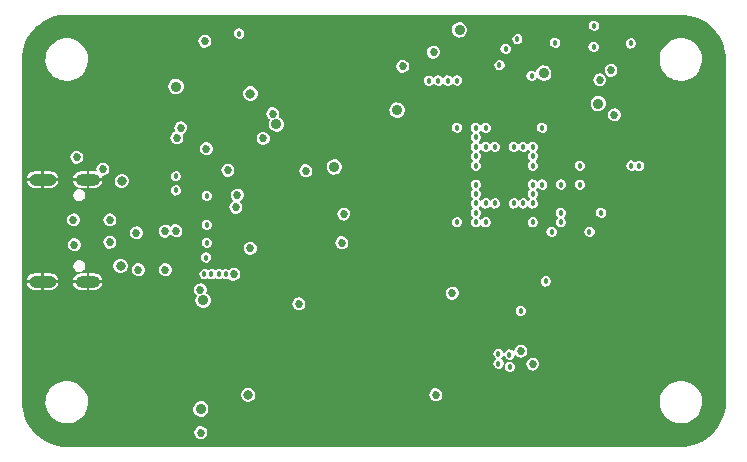
<source format=gbr>
G04 #@! TF.GenerationSoftware,KiCad,Pcbnew,(5.99.0-2267-g4486b0b6d)*
G04 #@! TF.CreationDate,2020-07-12T23:07:06+02:00*
G04 #@! TF.ProjectId,TDR,5444522e-6b69-4636-9164-5f7063625858,A*
G04 #@! TF.SameCoordinates,Original*
G04 #@! TF.FileFunction,Copper,L2,Inr*
G04 #@! TF.FilePolarity,Positive*
%FSLAX46Y46*%
G04 Gerber Fmt 4.6, Leading zero omitted, Abs format (unit mm)*
G04 Created by KiCad (PCBNEW (5.99.0-2267-g4486b0b6d)) date 2020-07-12 23:07:06*
%MOMM*%
%LPD*%
G01*
G04 APERTURE LIST*
G04 #@! TA.AperFunction,ComponentPad*
%ADD10C,0.500000*%
G04 #@! TD*
G04 #@! TA.AperFunction,ComponentPad*
%ADD11O,2.100000X1.000000*%
G04 #@! TD*
G04 #@! TA.AperFunction,ComponentPad*
%ADD12O,2.300000X1.000000*%
G04 #@! TD*
G04 #@! TA.AperFunction,ViaPad*
%ADD13C,0.457200*%
G04 #@! TD*
G04 #@! TA.AperFunction,ViaPad*
%ADD14C,0.685800*%
G04 #@! TD*
G04 #@! TA.AperFunction,ViaPad*
%ADD15C,0.889000*%
G04 #@! TD*
G04 #@! TA.AperFunction,ViaPad*
%ADD16C,0.800000*%
G04 #@! TD*
G04 APERTURE END LIST*
D10*
X166600000Y-85000000D03*
X163000000Y-85000000D03*
X165250000Y-85000000D03*
X166000000Y-85000000D03*
X162250000Y-85000000D03*
X166600000Y-85750000D03*
X166000000Y-85750000D03*
X162250000Y-85750000D03*
X166600000Y-82750000D03*
X162250000Y-82750000D03*
X166000000Y-82750000D03*
X165250000Y-82750000D03*
X164500000Y-82750000D03*
X163750000Y-82750000D03*
X163000000Y-82750000D03*
X166600000Y-83500000D03*
X163000000Y-83500000D03*
X163750000Y-83500000D03*
X164500000Y-83500000D03*
X165250000Y-83500000D03*
X166000000Y-83500000D03*
X166600000Y-86500000D03*
X166000000Y-86500000D03*
X162250000Y-86500000D03*
X166600000Y-87250000D03*
X166000000Y-87250000D03*
X162250000Y-87250000D03*
X166600000Y-88000000D03*
X163000000Y-88000000D03*
X163750000Y-88000000D03*
X164500000Y-88000000D03*
X165250000Y-88000000D03*
X166000000Y-88000000D03*
X162250000Y-88000000D03*
X162250000Y-83500000D03*
X166600000Y-84250000D03*
X163000000Y-84250000D03*
X163750000Y-84250000D03*
X164500000Y-84250000D03*
X165250000Y-84250000D03*
X166000000Y-84250000D03*
X162250000Y-84250000D03*
X162250000Y-75000000D03*
X166000000Y-75000000D03*
X165250000Y-75000000D03*
X164500000Y-75000000D03*
X163750000Y-75000000D03*
X163000000Y-75000000D03*
X166600000Y-75000000D03*
X162250000Y-75750000D03*
X166000000Y-75750000D03*
X166600000Y-75750000D03*
X162250000Y-76500000D03*
X166000000Y-76500000D03*
X166600000Y-76500000D03*
X162250000Y-77250000D03*
X166000000Y-77250000D03*
X166600000Y-77250000D03*
X162250000Y-78000000D03*
X166000000Y-78000000D03*
X165250000Y-78000000D03*
X163000000Y-78000000D03*
X166600000Y-78000000D03*
X162250000Y-78750000D03*
X166000000Y-78750000D03*
X165250000Y-78750000D03*
X164500000Y-78750000D03*
X163750000Y-78750000D03*
X163000000Y-78750000D03*
X166600000Y-78750000D03*
X162250000Y-79500000D03*
X166000000Y-79500000D03*
X165250000Y-79500000D03*
X164500000Y-79500000D03*
X163750000Y-79500000D03*
X163000000Y-79500000D03*
X166600000Y-79500000D03*
X163000000Y-80250000D03*
X163750000Y-80250000D03*
X164500000Y-80250000D03*
X165250000Y-80250000D03*
X166000000Y-80250000D03*
X162250000Y-80250000D03*
X166600000Y-80250000D03*
G04 #@! TA.AperFunction,ComponentPad*
G36*
X166850000Y-82500001D02*
G01*
X166849999Y-88500000D01*
X162000000Y-88499999D01*
X162000001Y-82500000D01*
X166850000Y-82500001D01*
G37*
G04 #@! TD.AperFunction*
G04 #@! TA.AperFunction,ComponentPad*
G36*
X166850000Y-74500001D02*
G01*
X166849999Y-80500000D01*
X162000000Y-80499999D01*
X162000001Y-74500000D01*
X166850000Y-74500001D01*
G37*
G04 #@! TD.AperFunction*
D11*
X112780000Y-85805000D03*
X112780000Y-77165000D03*
D12*
X108955000Y-77165000D03*
X108955000Y-85805000D03*
D13*
X156911257Y-80011257D03*
D14*
X156291492Y-76785000D03*
D13*
X155240077Y-69597211D03*
D14*
X156125170Y-68719569D03*
X157084887Y-67910187D03*
D13*
X150355000Y-68385000D03*
D15*
X151383037Y-68155027D03*
D14*
X137755000Y-79985000D03*
X135255000Y-85685000D03*
D13*
X137855000Y-85285000D03*
D14*
X142055000Y-66385000D03*
D13*
X148155000Y-66085000D03*
X147635890Y-67485000D03*
X144055000Y-68785000D03*
D14*
X139455000Y-67585000D03*
D15*
X144255000Y-64485000D03*
D13*
X155104390Y-80015366D03*
D14*
X150455000Y-92785000D03*
D13*
X151655000Y-64685000D03*
D14*
X122815000Y-74555000D03*
X120325000Y-73625000D03*
D13*
X151249913Y-74364185D03*
X151247962Y-75214100D03*
X148055000Y-71985000D03*
D15*
X156012995Y-70727005D03*
D13*
X154407516Y-68855663D03*
X152019311Y-69640226D03*
D15*
X148955000Y-85185000D03*
D13*
X153681433Y-81558567D03*
X152052799Y-81594074D03*
D15*
X156955000Y-84985000D03*
D16*
X130968467Y-72768360D03*
D15*
X128755000Y-72485000D03*
D13*
X130055000Y-72894610D03*
D15*
X133655000Y-76085000D03*
X122555000Y-87385000D03*
D14*
X122293966Y-86508638D03*
D15*
X122355000Y-96585000D03*
X138955000Y-71285000D03*
D13*
X146455000Y-72785000D03*
X145655000Y-72785000D03*
X145655000Y-73585000D03*
D14*
X139755000Y-73585000D03*
X139655000Y-75485000D03*
D16*
X134527456Y-73148709D03*
D13*
X142453351Y-69578403D03*
D14*
X129555000Y-77585000D03*
D13*
X143255000Y-68785000D03*
X142455000Y-68785000D03*
X141655000Y-68785000D03*
X149155000Y-65285000D03*
X155255000Y-81585000D03*
D14*
X143655000Y-86785000D03*
D13*
X151255000Y-83185000D03*
X140655000Y-86885000D03*
X151555000Y-85785000D03*
D14*
X156955000Y-87185000D03*
D13*
X155655000Y-64135000D03*
X159476257Y-76006257D03*
X158805000Y-75985000D03*
X156485602Y-65505000D03*
X158755000Y-65635000D03*
X154555000Y-65585000D03*
X155603492Y-65925684D03*
X148655000Y-67485000D03*
X149155000Y-66285000D03*
X130244400Y-66482806D03*
X152355000Y-65585000D03*
D14*
X119355000Y-84785000D03*
X117055000Y-84785000D03*
D13*
X156255000Y-79985000D03*
D14*
X128455000Y-71585000D03*
D15*
X120255000Y-69285000D03*
D14*
X150455000Y-97985000D03*
X144655000Y-97985000D03*
X118311573Y-75826114D03*
X115695000Y-79285000D03*
X125075000Y-96335000D03*
D13*
X125355000Y-89137244D03*
X124455000Y-79185000D03*
D14*
X142255000Y-95385000D03*
D13*
X144094341Y-73624341D03*
D14*
X149455000Y-91685000D03*
D16*
X126355000Y-95385000D03*
D14*
X122355000Y-98585000D03*
D13*
X146455000Y-83185000D03*
X146455000Y-80785000D03*
X145655000Y-80785000D03*
X145655000Y-79985000D03*
X147555000Y-92742321D03*
X148481552Y-91975225D03*
X147555000Y-91904110D03*
X148508604Y-93020797D03*
D14*
X130655000Y-87689557D03*
D16*
X130222674Y-90355521D03*
D13*
X122655000Y-85185000D03*
X123255000Y-85185000D03*
X123855000Y-85185000D03*
X124455000Y-85185000D03*
X149455000Y-88285000D03*
D14*
X125455000Y-78485000D03*
X119340163Y-81540163D03*
X119804889Y-82207016D03*
X116899136Y-81675690D03*
X126555000Y-82985000D03*
X125326923Y-79504843D03*
X125379768Y-80769442D03*
X130053090Y-76419025D03*
X131251074Y-76416582D03*
X114055000Y-76285000D03*
D16*
X115655000Y-77285000D03*
D14*
X124655000Y-76385000D03*
D16*
X124504595Y-71835768D03*
D14*
X111855000Y-75285000D03*
X120655000Y-72785000D03*
X125155000Y-85185000D03*
X127655000Y-85185000D03*
X123055000Y-77085000D03*
X120355000Y-79385000D03*
D13*
X122869935Y-82514871D03*
D14*
X122955000Y-81785000D03*
X120455000Y-83085000D03*
X120455000Y-84085000D03*
X125155000Y-82485000D03*
X128455000Y-82985000D03*
X129455000Y-79785000D03*
X131784327Y-78241376D03*
X134455000Y-83585000D03*
X134299186Y-82508225D03*
X131755000Y-82585000D03*
D16*
X130955000Y-80385000D03*
X115555000Y-84485000D03*
X126555000Y-69885000D03*
D14*
X111655000Y-82685000D03*
X111555000Y-80585000D03*
X114655000Y-82485000D03*
X114655000Y-80585000D03*
X131755000Y-80085000D03*
X134455000Y-80085000D03*
X123655000Y-76385000D03*
X130655000Y-85185000D03*
X111855000Y-74385000D03*
X114555000Y-71585000D03*
D13*
X120255000Y-76885000D03*
X120255000Y-78085000D03*
D14*
X127655000Y-76485000D03*
X127655000Y-73685000D03*
D13*
X122799850Y-83762618D03*
X122855000Y-80985000D03*
X122853914Y-78537373D03*
D14*
X160755000Y-75185000D03*
D13*
X161500000Y-87500000D03*
X161500000Y-86500000D03*
X161500000Y-85500000D03*
X161500000Y-84500000D03*
X161500000Y-83500000D03*
X158500000Y-84500000D03*
X159500000Y-85500000D03*
X159500000Y-84500000D03*
X160500000Y-86500000D03*
X160500000Y-85500000D03*
X160500000Y-84500000D03*
X160500000Y-83500000D03*
X158500000Y-78500000D03*
X159500000Y-78500000D03*
X159500000Y-77500000D03*
X161500000Y-79500000D03*
X161500000Y-78500000D03*
X161500000Y-77500000D03*
X161500000Y-76500000D03*
X160500000Y-76500000D03*
X160500000Y-77500000D03*
X160500000Y-78500000D03*
X160500000Y-79500000D03*
X157900000Y-80000000D03*
X158900000Y-79900000D03*
X159700000Y-80000000D03*
X161600000Y-80600000D03*
X156900000Y-83000000D03*
X157900000Y-83000000D03*
X158900000Y-83100000D03*
X159700000Y-83000000D03*
X161600000Y-82400000D03*
X142455000Y-81585000D03*
X154455000Y-78385000D03*
X153655000Y-79185000D03*
X152055000Y-82384998D03*
X150455000Y-80785000D03*
X149655000Y-80785000D03*
X154455000Y-79985000D03*
X154455000Y-79185000D03*
X148855000Y-83185000D03*
X150455000Y-74385000D03*
D14*
X111900000Y-89100000D03*
X114900000Y-91100000D03*
X110000000Y-90900000D03*
D13*
X125600000Y-64796910D03*
D14*
X122700000Y-65450000D03*
D16*
X124400000Y-70750000D03*
X125600000Y-71850000D03*
X124500000Y-69750000D03*
X134700000Y-65500000D03*
X131900000Y-65100000D03*
X132900000Y-97937500D03*
X129100000Y-97937500D03*
X132900000Y-90537500D03*
D13*
X153655000Y-75985000D03*
X155255000Y-75185000D03*
X154455000Y-75185000D03*
X153655000Y-75185000D03*
X154455000Y-74385000D03*
X153655000Y-74385000D03*
X153655000Y-73585000D03*
X154455000Y-73585000D03*
X154455000Y-72785000D03*
X155255000Y-72785000D03*
X155255000Y-71985000D03*
X154455000Y-71985000D03*
X154455000Y-69585000D03*
X141655000Y-73585000D03*
X147255000Y-83185000D03*
X141655000Y-79185000D03*
X145655000Y-81585000D03*
X149655000Y-71985000D03*
X150455000Y-72785000D03*
X149655000Y-73585000D03*
X150455000Y-73585000D03*
X151255000Y-73585000D03*
X151255000Y-75985000D03*
X149655000Y-75185000D03*
X148855000Y-75185000D03*
X149655000Y-75985000D03*
X148855000Y-75985000D03*
X155255000Y-79185000D03*
D16*
X114750000Y-81500000D03*
D14*
X120250000Y-81500000D03*
D13*
X146455000Y-78385000D03*
X147255000Y-78385000D03*
X148855000Y-78385000D03*
X149669375Y-78384998D03*
X146440623Y-77585002D03*
X147255000Y-77585000D03*
X146455000Y-75185000D03*
X147255000Y-75185000D03*
X146455000Y-75985000D03*
X147255000Y-75985000D03*
X148855000Y-77585000D03*
X149655000Y-77585000D03*
X144855000Y-77585000D03*
X144855000Y-79985000D03*
X144855000Y-80785000D03*
X144055000Y-79985000D03*
X144055000Y-79185000D03*
X144855000Y-79185000D03*
X144855000Y-78385000D03*
X144855000Y-75985000D03*
X144855000Y-75185000D03*
X144055000Y-74385000D03*
X144855000Y-74385000D03*
X144855000Y-73585000D03*
X144855000Y-72785000D03*
X146455000Y-79985000D03*
X147255000Y-80785000D03*
X147255000Y-79985000D03*
X149655000Y-79985000D03*
X150455000Y-79985000D03*
X151255000Y-79185000D03*
X146455000Y-73585000D03*
X147255000Y-73585000D03*
X147255000Y-72785000D03*
X144855000Y-71185000D03*
X145655000Y-69585000D03*
X145655000Y-75985000D03*
X150455000Y-75985000D03*
X145655000Y-77585000D03*
X148855000Y-79185000D03*
X147255000Y-79185000D03*
X148855000Y-74385000D03*
X147255000Y-74385000D03*
X152855000Y-79985000D03*
X152855000Y-80785000D03*
X152855000Y-77585000D03*
X150455000Y-75185000D03*
X149655000Y-74385000D03*
X146455000Y-74385000D03*
X145655000Y-74385000D03*
X145655000Y-75185000D03*
X145655000Y-78385000D03*
X145655000Y-79185000D03*
X146455000Y-79185000D03*
X150455000Y-78385000D03*
X149655000Y-79185000D03*
X150455000Y-79185000D03*
X151255000Y-77585000D03*
X151253351Y-79978403D03*
X150455000Y-77585000D03*
D14*
X157355000Y-71685000D03*
X162325000Y-71350000D03*
D13*
X151255000Y-72785000D03*
X144055000Y-72785000D03*
X144055000Y-80785000D03*
X153655000Y-79985000D03*
X153655000Y-78385000D03*
X153655000Y-77585000D03*
X154455000Y-75985000D03*
X154455000Y-77585000D03*
D14*
X149455000Y-89185000D03*
G04 #@! TA.AperFunction,Conductor*
G36*
X162980571Y-63202361D02*
G01*
X162989443Y-63204871D01*
X162989758Y-63204887D01*
X162989793Y-63204888D01*
X163373778Y-63224005D01*
X163379962Y-63224623D01*
X163746944Y-63279796D01*
X163753037Y-63281024D01*
X164112752Y-63372380D01*
X164118692Y-63374208D01*
X164467539Y-63500832D01*
X164473269Y-63503240D01*
X164807829Y-63663895D01*
X164813290Y-63666861D01*
X165130223Y-63859938D01*
X165135364Y-63863431D01*
X165431565Y-64087038D01*
X165436333Y-64091025D01*
X165708855Y-64342943D01*
X165713204Y-64347384D01*
X165959357Y-64625122D01*
X165963243Y-64629972D01*
X166180600Y-64930792D01*
X166183984Y-64936004D01*
X166370391Y-65256925D01*
X166373242Y-65262448D01*
X166526843Y-65600278D01*
X166529131Y-65606057D01*
X166648425Y-65957482D01*
X166650128Y-65963459D01*
X166733931Y-66325012D01*
X166735031Y-66331129D01*
X166782685Y-66700573D01*
X166783151Y-66706115D01*
X166795015Y-67008056D01*
X166797843Y-67018535D01*
X166800001Y-67034817D01*
X166800000Y-95963555D01*
X166797639Y-95980571D01*
X166795129Y-95989443D01*
X166795113Y-95989758D01*
X166795112Y-95989793D01*
X166775995Y-96373778D01*
X166775377Y-96379962D01*
X166720204Y-96746945D01*
X166718976Y-96753038D01*
X166627620Y-97112752D01*
X166625792Y-97118692D01*
X166499166Y-97467542D01*
X166496758Y-97473272D01*
X166336105Y-97807830D01*
X166333139Y-97813292D01*
X166140065Y-98130220D01*
X166136572Y-98135360D01*
X165912958Y-98431570D01*
X165908971Y-98436338D01*
X165657062Y-98708850D01*
X165652622Y-98713199D01*
X165374879Y-98959357D01*
X165370028Y-98963243D01*
X165069212Y-99180597D01*
X165064000Y-99183982D01*
X164743073Y-99370392D01*
X164737550Y-99373242D01*
X164399722Y-99526843D01*
X164393943Y-99529131D01*
X164042518Y-99648425D01*
X164036541Y-99650128D01*
X163674988Y-99733931D01*
X163668871Y-99735031D01*
X163299427Y-99782685D01*
X163293885Y-99783151D01*
X162991944Y-99795015D01*
X162981468Y-99797842D01*
X162965187Y-99800000D01*
X111036445Y-99800000D01*
X111019429Y-99797639D01*
X111010557Y-99795129D01*
X111010242Y-99795113D01*
X111010207Y-99795112D01*
X110626222Y-99775995D01*
X110620038Y-99775377D01*
X110253055Y-99720204D01*
X110246962Y-99718976D01*
X109887248Y-99627620D01*
X109881308Y-99625792D01*
X109532458Y-99499166D01*
X109526728Y-99496758D01*
X109192170Y-99336105D01*
X109186708Y-99333139D01*
X108869780Y-99140065D01*
X108864640Y-99136572D01*
X108568430Y-98912958D01*
X108563662Y-98908971D01*
X108291150Y-98657062D01*
X108286801Y-98652622D01*
X108223025Y-98580662D01*
X121802583Y-98580662D01*
X121802583Y-98580667D01*
X121830961Y-98759832D01*
X121830962Y-98759835D01*
X121915845Y-98920150D01*
X121915846Y-98920152D01*
X122048085Y-99044332D01*
X122213418Y-99118983D01*
X122394017Y-99136054D01*
X122570409Y-99093706D01*
X122723573Y-98996506D01*
X122836996Y-98854930D01*
X122898446Y-98684250D01*
X122899937Y-98494302D01*
X122899936Y-98494295D01*
X122841178Y-98322675D01*
X122841177Y-98322674D01*
X122729991Y-98179333D01*
X122578374Y-98079741D01*
X122578366Y-98079737D01*
X122402672Y-98034627D01*
X122402662Y-98034626D01*
X122221825Y-98048858D01*
X122055337Y-98120904D01*
X122055335Y-98120906D01*
X121921164Y-98242991D01*
X121921161Y-98242994D01*
X121833773Y-98401955D01*
X121833772Y-98401958D01*
X121802583Y-98580662D01*
X108223025Y-98580662D01*
X108040643Y-98374879D01*
X108036757Y-98370028D01*
X107819403Y-98069212D01*
X107816018Y-98064000D01*
X107629608Y-97743073D01*
X107626758Y-97737550D01*
X107473157Y-97399722D01*
X107470869Y-97393943D01*
X107351575Y-97042518D01*
X107349872Y-97036541D01*
X107266069Y-96674988D01*
X107264969Y-96668871D01*
X107217315Y-96299427D01*
X107216849Y-96293885D01*
X107208705Y-96086610D01*
X109197033Y-96086610D01*
X109229635Y-96352141D01*
X109229636Y-96352147D01*
X109301135Y-96609962D01*
X109301137Y-96609967D01*
X109409949Y-96854361D01*
X109553697Y-97080001D01*
X109553700Y-97080005D01*
X109729218Y-97281916D01*
X109932656Y-97455669D01*
X109932657Y-97455670D01*
X110159549Y-97597447D01*
X110404893Y-97704125D01*
X110663305Y-97773367D01*
X110663322Y-97773370D01*
X110929128Y-97803655D01*
X110929134Y-97803655D01*
X111196514Y-97794318D01*
X111196510Y-97794318D01*
X111459559Y-97745565D01*
X111459569Y-97745563D01*
X111712530Y-97658462D01*
X111712533Y-97658460D01*
X111949840Y-97534926D01*
X111949846Y-97534923D01*
X112166283Y-97377670D01*
X112166289Y-97377666D01*
X112357106Y-97190150D01*
X112518118Y-96976479D01*
X112645772Y-96741369D01*
X112645774Y-96741365D01*
X112704553Y-96579870D01*
X121701218Y-96579870D01*
X121728609Y-96772328D01*
X121728610Y-96772329D01*
X121811385Y-96948234D01*
X121811385Y-96948235D01*
X121942215Y-97092016D01*
X121942223Y-97092023D01*
X122109549Y-97190979D01*
X122298585Y-97236364D01*
X122492611Y-97224156D01*
X122492612Y-97224156D01*
X122674458Y-97155442D01*
X122828073Y-97036286D01*
X122939853Y-96877239D01*
X122939855Y-96877235D01*
X122999929Y-96692347D01*
X123001536Y-96487800D01*
X122944373Y-96301987D01*
X122944372Y-96301985D01*
X122835101Y-96141197D01*
X122766965Y-96086610D01*
X161197033Y-96086610D01*
X161229635Y-96352141D01*
X161229636Y-96352147D01*
X161301135Y-96609962D01*
X161301137Y-96609967D01*
X161409949Y-96854361D01*
X161553697Y-97080001D01*
X161553700Y-97080005D01*
X161729218Y-97281916D01*
X161932656Y-97455669D01*
X161932657Y-97455670D01*
X162159549Y-97597447D01*
X162404893Y-97704125D01*
X162663305Y-97773367D01*
X162663322Y-97773370D01*
X162929128Y-97803655D01*
X162929134Y-97803655D01*
X163196514Y-97794318D01*
X163196510Y-97794318D01*
X163459559Y-97745565D01*
X163459569Y-97745563D01*
X163712530Y-97658462D01*
X163712533Y-97658460D01*
X163949840Y-97534926D01*
X163949846Y-97534923D01*
X164166283Y-97377670D01*
X164166289Y-97377666D01*
X164357106Y-97190150D01*
X164518118Y-96976479D01*
X164645772Y-96741369D01*
X164645774Y-96741365D01*
X164737278Y-96489960D01*
X164790615Y-96227798D01*
X164800083Y-95866231D01*
X164800083Y-95866230D01*
X164760539Y-95601631D01*
X164682319Y-95345784D01*
X164567138Y-95104303D01*
X164417529Y-94882499D01*
X164236788Y-94685256D01*
X164028875Y-94516893D01*
X164028865Y-94516885D01*
X163798354Y-94381104D01*
X163550298Y-94280882D01*
X163550289Y-94280879D01*
X163290145Y-94218425D01*
X163023633Y-94195109D01*
X163023613Y-94195108D01*
X162756595Y-94211439D01*
X162756590Y-94211440D01*
X162494901Y-94267064D01*
X162494894Y-94267065D01*
X162244304Y-94360757D01*
X162244302Y-94360758D01*
X162010305Y-94490465D01*
X161798050Y-94653334D01*
X161612202Y-94845785D01*
X161456844Y-95063589D01*
X161335387Y-95301963D01*
X161335384Y-95301969D01*
X161250494Y-95555678D01*
X161250490Y-95555697D01*
X161204035Y-95819152D01*
X161197033Y-96086610D01*
X122766965Y-96086610D01*
X122683384Y-96019650D01*
X122683380Y-96019648D01*
X122502630Y-95948083D01*
X122502625Y-95948082D01*
X122308827Y-95932831D01*
X122308825Y-95932831D01*
X122119103Y-95975239D01*
X121950235Y-96071558D01*
X121817156Y-96213273D01*
X121731630Y-96387854D01*
X121701218Y-96579870D01*
X112704553Y-96579870D01*
X112737278Y-96489960D01*
X112790615Y-96227798D01*
X112800083Y-95866231D01*
X112800083Y-95866230D01*
X112760539Y-95601631D01*
X112682319Y-95345784D01*
X112655546Y-95289653D01*
X125753000Y-95289653D01*
X125753000Y-95480347D01*
X125811928Y-95661709D01*
X125924016Y-95815984D01*
X126078291Y-95928072D01*
X126259653Y-95987000D01*
X126450347Y-95987000D01*
X126631709Y-95928072D01*
X126785984Y-95815984D01*
X126898072Y-95661709D01*
X126957000Y-95480347D01*
X126957000Y-95380662D01*
X141702583Y-95380662D01*
X141702583Y-95380667D01*
X141730961Y-95559832D01*
X141730962Y-95559835D01*
X141815845Y-95720150D01*
X141815846Y-95720152D01*
X141948085Y-95844332D01*
X142113418Y-95918983D01*
X142294017Y-95936054D01*
X142470409Y-95893706D01*
X142623573Y-95796506D01*
X142736996Y-95654930D01*
X142798446Y-95484250D01*
X142799937Y-95294302D01*
X142799936Y-95294295D01*
X142741178Y-95122675D01*
X142741177Y-95122674D01*
X142629991Y-94979333D01*
X142478374Y-94879741D01*
X142478366Y-94879737D01*
X142302672Y-94834627D01*
X142302662Y-94834626D01*
X142121825Y-94848858D01*
X141955337Y-94920904D01*
X141955335Y-94920906D01*
X141821164Y-95042991D01*
X141821161Y-95042994D01*
X141733773Y-95201955D01*
X141733772Y-95201958D01*
X141702583Y-95380662D01*
X126957000Y-95380662D01*
X126957000Y-95289653D01*
X126898072Y-95108291D01*
X126785984Y-94954016D01*
X126631709Y-94841928D01*
X126450347Y-94783000D01*
X126259653Y-94783000D01*
X126078291Y-94841928D01*
X125924016Y-94954016D01*
X125811928Y-95108291D01*
X125753000Y-95289653D01*
X112655546Y-95289653D01*
X112567138Y-95104303D01*
X112417529Y-94882499D01*
X112236788Y-94685256D01*
X112028875Y-94516893D01*
X112028865Y-94516885D01*
X111798354Y-94381104D01*
X111550298Y-94280882D01*
X111550289Y-94280879D01*
X111290145Y-94218425D01*
X111023633Y-94195109D01*
X111023613Y-94195108D01*
X110756595Y-94211439D01*
X110756590Y-94211440D01*
X110494901Y-94267064D01*
X110494894Y-94267065D01*
X110244304Y-94360757D01*
X110244302Y-94360758D01*
X110010305Y-94490465D01*
X109798050Y-94653334D01*
X109612202Y-94845785D01*
X109456844Y-95063589D01*
X109335387Y-95301963D01*
X109335384Y-95301969D01*
X109250494Y-95555678D01*
X109250490Y-95555697D01*
X109204035Y-95819152D01*
X109197033Y-96086610D01*
X107208705Y-96086610D01*
X107204985Y-95991944D01*
X107202158Y-95981468D01*
X107200000Y-95965187D01*
X107200000Y-91899139D01*
X147116970Y-91899139D01*
X147144550Y-92057162D01*
X147144551Y-92057165D01*
X147227167Y-92194661D01*
X147329753Y-92274522D01*
X147353381Y-92316115D01*
X147328624Y-92374016D01*
X147233845Y-92444404D01*
X147148128Y-92579995D01*
X147116970Y-92737350D01*
X147144550Y-92895373D01*
X147144551Y-92895376D01*
X147227167Y-93032872D01*
X147353748Y-93131412D01*
X147507313Y-93177775D01*
X147667271Y-93165748D01*
X147667274Y-93165747D01*
X147812176Y-93096941D01*
X147889150Y-93015826D01*
X148070574Y-93015826D01*
X148098154Y-93173849D01*
X148098155Y-93173852D01*
X148180771Y-93311348D01*
X148307352Y-93409888D01*
X148460917Y-93456251D01*
X148620875Y-93444224D01*
X148620878Y-93444223D01*
X148765780Y-93375417D01*
X148876198Y-93259060D01*
X148937325Y-93110753D01*
X148939256Y-92940592D01*
X148939255Y-92940586D01*
X148881511Y-92790939D01*
X148881508Y-92790934D01*
X148872194Y-92780662D01*
X149902583Y-92780662D01*
X149902583Y-92780667D01*
X149930961Y-92959832D01*
X149930962Y-92959835D01*
X150015845Y-93120150D01*
X150015846Y-93120152D01*
X150148085Y-93244332D01*
X150313418Y-93318983D01*
X150494017Y-93336054D01*
X150670409Y-93293706D01*
X150823573Y-93196506D01*
X150936996Y-93054930D01*
X150998446Y-92884250D01*
X150999937Y-92694302D01*
X150999936Y-92694295D01*
X150941178Y-92522675D01*
X150941177Y-92522674D01*
X150829991Y-92379333D01*
X150678374Y-92279741D01*
X150678366Y-92279737D01*
X150502672Y-92234627D01*
X150502662Y-92234626D01*
X150321825Y-92248858D01*
X150155337Y-92320904D01*
X150155335Y-92320906D01*
X150021164Y-92442991D01*
X150021161Y-92442994D01*
X149933773Y-92601955D01*
X149933772Y-92601958D01*
X149902583Y-92780662D01*
X148872194Y-92780662D01*
X148773757Y-92672102D01*
X148773756Y-92672101D01*
X148630449Y-92600026D01*
X148470806Y-92584373D01*
X148470805Y-92584373D01*
X148316228Y-92627241D01*
X148316225Y-92627242D01*
X148187449Y-92722880D01*
X148099089Y-92862652D01*
X148095313Y-92865316D01*
X148097010Y-92882320D01*
X148070574Y-93015826D01*
X147889150Y-93015826D01*
X147922594Y-92980584D01*
X147977916Y-92846363D01*
X147987966Y-92836278D01*
X147983764Y-92828546D01*
X147985652Y-92662116D01*
X147985651Y-92662110D01*
X147927907Y-92512463D01*
X147927904Y-92512458D01*
X147820153Y-92393626D01*
X147820152Y-92393625D01*
X147792547Y-92379741D01*
X147761290Y-92343530D01*
X147764793Y-92295823D01*
X147793819Y-92267447D01*
X147812176Y-92258730D01*
X147922594Y-92142373D01*
X147946407Y-92084598D01*
X147980172Y-92050714D01*
X148028008Y-92050631D01*
X148065760Y-92097670D01*
X148071101Y-92128276D01*
X148071103Y-92128280D01*
X148153719Y-92265776D01*
X148280300Y-92364316D01*
X148433865Y-92410679D01*
X148593823Y-92398652D01*
X148593826Y-92398651D01*
X148738728Y-92329845D01*
X148849146Y-92213488D01*
X148910274Y-92065181D01*
X148910279Y-92064730D01*
X148910445Y-92064342D01*
X148911462Y-92059353D01*
X148912489Y-92059562D01*
X148929088Y-92020747D01*
X148973488Y-92002947D01*
X149015559Y-92019882D01*
X149148085Y-92144332D01*
X149313418Y-92218983D01*
X149494017Y-92236054D01*
X149670409Y-92193706D01*
X149823573Y-92096506D01*
X149936996Y-91954930D01*
X149998446Y-91784250D01*
X149999937Y-91594302D01*
X149999936Y-91594295D01*
X149941178Y-91422675D01*
X149941177Y-91422674D01*
X149829991Y-91279333D01*
X149678374Y-91179741D01*
X149678366Y-91179737D01*
X149502672Y-91134627D01*
X149502662Y-91134626D01*
X149321825Y-91148858D01*
X149155337Y-91220904D01*
X149155335Y-91220906D01*
X149021164Y-91342991D01*
X149021161Y-91342994D01*
X148933773Y-91501955D01*
X148933772Y-91501958D01*
X148907328Y-91653472D01*
X148881697Y-91693860D01*
X148835013Y-91704295D01*
X148799459Y-91684709D01*
X148746705Y-91626530D01*
X148746704Y-91626529D01*
X148603397Y-91554454D01*
X148443754Y-91538801D01*
X148443753Y-91538801D01*
X148289176Y-91581669D01*
X148289173Y-91581670D01*
X148160397Y-91677308D01*
X148083162Y-91799481D01*
X148044073Y-91827055D01*
X147996936Y-91818913D01*
X147972023Y-91788584D01*
X147927904Y-91674247D01*
X147820153Y-91555415D01*
X147820152Y-91555414D01*
X147676845Y-91483339D01*
X147517202Y-91467686D01*
X147517201Y-91467686D01*
X147362624Y-91510554D01*
X147362621Y-91510555D01*
X147233845Y-91606193D01*
X147148128Y-91741784D01*
X147116970Y-91899139D01*
X107200000Y-91899139D01*
X107200000Y-88280029D01*
X149016970Y-88280029D01*
X149044550Y-88438052D01*
X149044551Y-88438055D01*
X149127167Y-88575551D01*
X149253748Y-88674091D01*
X149407313Y-88720454D01*
X149567271Y-88708427D01*
X149567274Y-88708426D01*
X149712176Y-88639620D01*
X149822594Y-88523263D01*
X149883721Y-88374956D01*
X149885652Y-88204795D01*
X149885651Y-88204789D01*
X149827907Y-88055142D01*
X149827904Y-88055137D01*
X149720153Y-87936305D01*
X149720152Y-87936304D01*
X149576845Y-87864229D01*
X149417202Y-87848576D01*
X149417201Y-87848576D01*
X149262624Y-87891444D01*
X149262621Y-87891445D01*
X149133845Y-87987083D01*
X149048128Y-88122674D01*
X149016970Y-88280029D01*
X107200000Y-88280029D01*
X107200000Y-85904999D01*
X107609082Y-85904999D01*
X107644085Y-86050794D01*
X107644086Y-86050797D01*
X107721792Y-86201349D01*
X107833170Y-86329023D01*
X107833174Y-86329026D01*
X107971784Y-86426442D01*
X108129643Y-86487989D01*
X108264305Y-86505000D01*
X108855000Y-86505000D01*
X109054999Y-86505000D01*
X109647484Y-86505000D01*
X109773198Y-86489788D01*
X109773197Y-86489788D01*
X109931690Y-86429897D01*
X110071315Y-86333937D01*
X110184026Y-86207433D01*
X110184027Y-86207432D01*
X110263306Y-86057700D01*
X110301661Y-85905000D01*
X109055000Y-85904999D01*
X111534082Y-85904999D01*
X111569085Y-86050794D01*
X111569086Y-86050797D01*
X111646792Y-86201349D01*
X111758170Y-86329023D01*
X111758174Y-86329026D01*
X111896784Y-86426442D01*
X112054643Y-86487989D01*
X112189305Y-86505000D01*
X112680000Y-86505000D01*
X112879999Y-86505000D01*
X113372484Y-86505000D01*
X113378268Y-86504300D01*
X121741549Y-86504300D01*
X121741549Y-86504305D01*
X121769927Y-86683470D01*
X121769928Y-86683473D01*
X121854811Y-86843788D01*
X121854812Y-86843790D01*
X121989219Y-86970006D01*
X122008904Y-87013604D01*
X122002562Y-87043063D01*
X121931630Y-87187854D01*
X121901218Y-87379870D01*
X121928609Y-87572328D01*
X121928610Y-87572329D01*
X122011385Y-87748234D01*
X122011385Y-87748235D01*
X122142215Y-87892016D01*
X122142223Y-87892023D01*
X122309549Y-87990979D01*
X122498585Y-88036364D01*
X122692611Y-88024156D01*
X122692612Y-88024156D01*
X122874458Y-87955442D01*
X123028073Y-87836286D01*
X123134244Y-87685219D01*
X130102583Y-87685219D01*
X130102583Y-87685224D01*
X130130961Y-87864389D01*
X130130962Y-87864392D01*
X130215845Y-88024707D01*
X130215846Y-88024709D01*
X130348085Y-88148889D01*
X130513418Y-88223540D01*
X130694017Y-88240611D01*
X130870409Y-88198263D01*
X131023573Y-88101063D01*
X131136996Y-87959487D01*
X131198446Y-87788807D01*
X131199937Y-87598859D01*
X131199936Y-87598852D01*
X131141178Y-87427232D01*
X131141177Y-87427231D01*
X131029991Y-87283890D01*
X130878374Y-87184298D01*
X130878366Y-87184294D01*
X130702672Y-87139184D01*
X130702662Y-87139183D01*
X130521825Y-87153415D01*
X130355337Y-87225461D01*
X130355335Y-87225463D01*
X130221164Y-87347548D01*
X130221161Y-87347551D01*
X130133773Y-87506512D01*
X130133772Y-87506515D01*
X130102583Y-87685219D01*
X123134244Y-87685219D01*
X123139853Y-87677239D01*
X123139855Y-87677235D01*
X123199929Y-87492347D01*
X123201536Y-87287800D01*
X123144373Y-87101987D01*
X123144372Y-87101985D01*
X123035101Y-86941197D01*
X122883384Y-86819650D01*
X122883380Y-86819648D01*
X122832732Y-86799595D01*
X122813196Y-86780662D01*
X143102583Y-86780662D01*
X143102583Y-86780667D01*
X143130961Y-86959832D01*
X143130962Y-86959835D01*
X143215845Y-87120150D01*
X143215846Y-87120152D01*
X143348085Y-87244332D01*
X143513418Y-87318983D01*
X143694017Y-87336054D01*
X143870409Y-87293706D01*
X144023573Y-87196506D01*
X144136996Y-87054930D01*
X144198446Y-86884250D01*
X144199937Y-86694302D01*
X144199936Y-86694295D01*
X144141178Y-86522675D01*
X144141177Y-86522674D01*
X144029991Y-86379333D01*
X143878374Y-86279741D01*
X143878366Y-86279737D01*
X143702672Y-86234627D01*
X143702662Y-86234626D01*
X143521825Y-86248858D01*
X143355337Y-86320904D01*
X143355335Y-86320906D01*
X143221164Y-86442991D01*
X143221161Y-86442994D01*
X143133773Y-86601955D01*
X143133772Y-86601958D01*
X143102583Y-86780662D01*
X122813196Y-86780662D01*
X122798380Y-86766305D01*
X122796935Y-86720312D01*
X122837411Y-86607890D01*
X122837412Y-86607885D01*
X122838903Y-86417940D01*
X122838902Y-86417933D01*
X122780144Y-86246313D01*
X122780143Y-86246312D01*
X122668957Y-86102971D01*
X122517340Y-86003379D01*
X122517332Y-86003375D01*
X122341638Y-85958265D01*
X122341628Y-85958264D01*
X122160791Y-85972496D01*
X121994303Y-86044542D01*
X121994301Y-86044544D01*
X121860130Y-86166629D01*
X121860127Y-86166632D01*
X121772739Y-86325593D01*
X121772738Y-86325596D01*
X121741549Y-86504300D01*
X113378268Y-86504300D01*
X113498198Y-86489788D01*
X113498197Y-86489788D01*
X113656690Y-86429897D01*
X113796315Y-86333937D01*
X113909026Y-86207433D01*
X113909027Y-86207432D01*
X113988306Y-86057700D01*
X114026661Y-85905000D01*
X112880000Y-85904999D01*
X112879999Y-86505000D01*
X112680000Y-86505000D01*
X112680001Y-85905000D01*
X111534082Y-85904999D01*
X109055000Y-85904999D01*
X109054999Y-86505000D01*
X108855000Y-86505000D01*
X108855001Y-85905000D01*
X107609082Y-85904999D01*
X107200000Y-85904999D01*
X107200000Y-85780029D01*
X151116970Y-85780029D01*
X151144550Y-85938052D01*
X151144551Y-85938055D01*
X151227167Y-86075551D01*
X151353748Y-86174091D01*
X151507313Y-86220454D01*
X151667271Y-86208427D01*
X151667274Y-86208426D01*
X151812176Y-86139620D01*
X151922594Y-86023263D01*
X151983721Y-85874956D01*
X151985652Y-85704795D01*
X151985651Y-85704789D01*
X151927907Y-85555142D01*
X151927904Y-85555137D01*
X151820153Y-85436305D01*
X151820152Y-85436304D01*
X151676845Y-85364229D01*
X151517202Y-85348576D01*
X151517201Y-85348576D01*
X151362624Y-85391444D01*
X151362621Y-85391445D01*
X151233845Y-85487083D01*
X151148128Y-85622674D01*
X151116970Y-85780029D01*
X107200000Y-85780029D01*
X107200000Y-85705000D01*
X107608339Y-85705000D01*
X108855000Y-85705001D01*
X108855000Y-85705000D01*
X109054999Y-85705000D01*
X110300918Y-85705001D01*
X110300918Y-85705000D01*
X111533339Y-85705000D01*
X112680000Y-85705001D01*
X112680000Y-85705000D01*
X112879999Y-85705000D01*
X114025918Y-85705001D01*
X113990915Y-85559206D01*
X113990914Y-85559203D01*
X113913207Y-85408651D01*
X113913208Y-85408651D01*
X113801830Y-85280977D01*
X113801826Y-85280974D01*
X113663216Y-85183558D01*
X113505358Y-85122011D01*
X113505356Y-85122011D01*
X113370695Y-85105000D01*
X112880000Y-85105000D01*
X112879999Y-85705000D01*
X112680000Y-85705000D01*
X112680001Y-85105000D01*
X112187516Y-85105000D01*
X112061803Y-85120212D01*
X111903310Y-85180103D01*
X111763685Y-85276063D01*
X111650974Y-85402567D01*
X111650973Y-85402568D01*
X111571694Y-85552300D01*
X111533339Y-85705000D01*
X110300918Y-85705000D01*
X110265915Y-85559206D01*
X110265914Y-85559203D01*
X110188207Y-85408651D01*
X110188208Y-85408651D01*
X110076830Y-85280977D01*
X110076826Y-85280974D01*
X109938216Y-85183558D01*
X109780358Y-85122011D01*
X109780356Y-85122011D01*
X109645695Y-85105000D01*
X109055000Y-85105000D01*
X109054999Y-85705000D01*
X108855000Y-85705000D01*
X108855001Y-85105000D01*
X108262516Y-85105000D01*
X108136803Y-85120212D01*
X107978310Y-85180103D01*
X107838685Y-85276063D01*
X107725974Y-85402567D01*
X107725973Y-85402568D01*
X107646694Y-85552300D01*
X107608339Y-85705000D01*
X107200000Y-85705000D01*
X107200000Y-84550493D01*
X111554122Y-84550493D01*
X111592640Y-84688447D01*
X111668322Y-84810034D01*
X111668327Y-84810040D01*
X111775089Y-84905497D01*
X111775093Y-84905499D01*
X111904363Y-84967158D01*
X112045738Y-84990055D01*
X112045743Y-84990056D01*
X112187868Y-84972353D01*
X112319314Y-84915471D01*
X112319316Y-84915470D01*
X112429506Y-84823988D01*
X112509596Y-84705250D01*
X112553141Y-84568801D01*
X112555039Y-84413392D01*
X112548098Y-84389653D01*
X114953000Y-84389653D01*
X114953000Y-84580347D01*
X115011928Y-84761709D01*
X115124016Y-84915984D01*
X115278291Y-85028072D01*
X115459653Y-85087000D01*
X115650347Y-85087000D01*
X115831709Y-85028072D01*
X115985984Y-84915984D01*
X116084301Y-84780662D01*
X116502583Y-84780662D01*
X116502583Y-84780667D01*
X116530961Y-84959832D01*
X116530962Y-84959835D01*
X116615845Y-85120150D01*
X116615846Y-85120152D01*
X116748085Y-85244332D01*
X116913418Y-85318983D01*
X117094017Y-85336054D01*
X117270409Y-85293706D01*
X117423573Y-85196506D01*
X117536996Y-85054930D01*
X117598446Y-84884250D01*
X117599259Y-84780662D01*
X118802583Y-84780662D01*
X118802583Y-84780667D01*
X118830961Y-84959832D01*
X118830962Y-84959835D01*
X118915845Y-85120150D01*
X118915846Y-85120152D01*
X119048085Y-85244332D01*
X119213418Y-85318983D01*
X119394017Y-85336054D01*
X119570409Y-85293706D01*
X119723573Y-85196506D01*
X119736773Y-85180029D01*
X122216970Y-85180029D01*
X122244550Y-85338052D01*
X122244551Y-85338055D01*
X122327167Y-85475551D01*
X122453748Y-85574091D01*
X122607313Y-85620454D01*
X122767271Y-85608427D01*
X122767274Y-85608426D01*
X122912176Y-85539621D01*
X122914501Y-85537170D01*
X122958201Y-85517712D01*
X122998230Y-85530873D01*
X123053746Y-85574090D01*
X123207313Y-85620454D01*
X123367271Y-85608427D01*
X123367274Y-85608426D01*
X123512176Y-85539621D01*
X123514501Y-85537170D01*
X123558201Y-85517712D01*
X123598230Y-85530873D01*
X123653746Y-85574090D01*
X123807313Y-85620454D01*
X123967271Y-85608427D01*
X123967274Y-85608426D01*
X124112176Y-85539621D01*
X124114501Y-85537170D01*
X124158201Y-85517712D01*
X124198230Y-85530873D01*
X124253746Y-85574090D01*
X124407313Y-85620454D01*
X124567271Y-85608427D01*
X124567274Y-85608426D01*
X124689869Y-85550213D01*
X124737644Y-85547792D01*
X124759462Y-85561110D01*
X124848085Y-85644332D01*
X125013418Y-85718983D01*
X125194017Y-85736054D01*
X125370409Y-85693706D01*
X125523573Y-85596506D01*
X125636996Y-85454930D01*
X125698446Y-85284250D01*
X125699937Y-85094302D01*
X125699936Y-85094295D01*
X125641178Y-84922675D01*
X125641177Y-84922674D01*
X125529991Y-84779333D01*
X125378374Y-84679741D01*
X125378366Y-84679737D01*
X125202672Y-84634627D01*
X125202662Y-84634626D01*
X125021825Y-84648858D01*
X124855337Y-84720904D01*
X124855335Y-84720906D01*
X124757307Y-84810103D01*
X124712299Y-84826307D01*
X124687162Y-84819712D01*
X124576845Y-84764229D01*
X124417202Y-84748576D01*
X124417201Y-84748576D01*
X124262624Y-84791444D01*
X124198409Y-84839134D01*
X124152015Y-84850788D01*
X124123312Y-84838707D01*
X124120152Y-84836304D01*
X123976845Y-84764229D01*
X123817202Y-84748576D01*
X123817201Y-84748576D01*
X123662624Y-84791444D01*
X123598409Y-84839134D01*
X123552015Y-84850788D01*
X123523312Y-84838707D01*
X123520152Y-84836304D01*
X123376845Y-84764229D01*
X123217202Y-84748576D01*
X123217201Y-84748576D01*
X123062624Y-84791444D01*
X122998409Y-84839134D01*
X122952015Y-84850788D01*
X122923312Y-84838707D01*
X122920152Y-84836304D01*
X122776845Y-84764229D01*
X122617202Y-84748576D01*
X122617201Y-84748576D01*
X122462624Y-84791444D01*
X122462621Y-84791445D01*
X122333845Y-84887083D01*
X122248128Y-85022674D01*
X122216970Y-85180029D01*
X119736773Y-85180029D01*
X119836996Y-85054930D01*
X119898446Y-84884250D01*
X119899937Y-84694302D01*
X119899936Y-84694295D01*
X119841178Y-84522675D01*
X119841177Y-84522674D01*
X119729991Y-84379333D01*
X119578374Y-84279741D01*
X119578366Y-84279737D01*
X119402672Y-84234627D01*
X119402662Y-84234626D01*
X119221825Y-84248858D01*
X119055337Y-84320904D01*
X119055335Y-84320906D01*
X118921164Y-84442991D01*
X118921161Y-84442994D01*
X118833773Y-84601955D01*
X118833772Y-84601958D01*
X118802583Y-84780662D01*
X117599259Y-84780662D01*
X117599937Y-84694302D01*
X117599936Y-84694295D01*
X117541178Y-84522675D01*
X117541177Y-84522674D01*
X117429991Y-84379333D01*
X117278374Y-84279741D01*
X117278366Y-84279737D01*
X117102672Y-84234627D01*
X117102662Y-84234626D01*
X116921825Y-84248858D01*
X116755337Y-84320904D01*
X116755335Y-84320906D01*
X116621164Y-84442991D01*
X116621161Y-84442994D01*
X116533773Y-84601955D01*
X116533772Y-84601958D01*
X116502583Y-84780662D01*
X116084301Y-84780662D01*
X116098072Y-84761709D01*
X116157000Y-84580347D01*
X116157000Y-84389653D01*
X116098072Y-84208291D01*
X115985984Y-84054016D01*
X115831709Y-83941928D01*
X115650347Y-83883000D01*
X115459653Y-83883000D01*
X115278291Y-83941928D01*
X115124016Y-84054016D01*
X115011928Y-84208291D01*
X114953000Y-84389653D01*
X112548098Y-84389653D01*
X112514840Y-84275921D01*
X112437677Y-84155265D01*
X112437676Y-84155264D01*
X112329751Y-84061114D01*
X112199739Y-84001039D01*
X112199733Y-84001038D01*
X112058090Y-83979868D01*
X111916186Y-83999307D01*
X111916184Y-83999308D01*
X111785450Y-84057787D01*
X111676379Y-84150616D01*
X111597747Y-84270320D01*
X111555873Y-84407284D01*
X111555873Y-84407287D01*
X111554122Y-84550493D01*
X107200000Y-84550493D01*
X107200000Y-83757647D01*
X122361820Y-83757647D01*
X122389400Y-83915670D01*
X122389401Y-83915673D01*
X122472017Y-84053169D01*
X122598598Y-84151709D01*
X122752163Y-84198072D01*
X122912121Y-84186045D01*
X122912124Y-84186044D01*
X123057026Y-84117238D01*
X123167444Y-84000881D01*
X123228571Y-83852574D01*
X123230502Y-83682413D01*
X123230501Y-83682407D01*
X123172757Y-83532760D01*
X123172754Y-83532755D01*
X123065003Y-83413923D01*
X123065002Y-83413922D01*
X122921695Y-83341847D01*
X122762052Y-83326194D01*
X122762051Y-83326194D01*
X122607474Y-83369062D01*
X122607471Y-83369063D01*
X122478695Y-83464701D01*
X122392978Y-83600292D01*
X122361820Y-83757647D01*
X107200000Y-83757647D01*
X107200000Y-82680662D01*
X111102583Y-82680662D01*
X111102583Y-82680667D01*
X111130961Y-82859832D01*
X111130962Y-82859835D01*
X111215845Y-83020150D01*
X111215846Y-83020152D01*
X111348085Y-83144332D01*
X111513418Y-83218983D01*
X111694017Y-83236054D01*
X111870409Y-83193706D01*
X112023573Y-83096506D01*
X112136996Y-82954930D01*
X112198446Y-82784250D01*
X112199937Y-82594302D01*
X112199936Y-82594295D01*
X112161032Y-82480662D01*
X114102583Y-82480662D01*
X114102583Y-82480667D01*
X114130961Y-82659832D01*
X114130962Y-82659835D01*
X114215845Y-82820150D01*
X114215846Y-82820152D01*
X114348085Y-82944332D01*
X114513418Y-83018983D01*
X114694017Y-83036054D01*
X114870409Y-82993706D01*
X114890963Y-82980662D01*
X126002583Y-82980662D01*
X126002583Y-82980667D01*
X126030961Y-83159832D01*
X126030962Y-83159835D01*
X126115845Y-83320150D01*
X126115846Y-83320152D01*
X126248085Y-83444332D01*
X126413418Y-83518983D01*
X126594017Y-83536054D01*
X126770409Y-83493706D01*
X126923573Y-83396506D01*
X127036996Y-83254930D01*
X127098446Y-83084250D01*
X127099937Y-82894302D01*
X127099936Y-82894295D01*
X127041178Y-82722675D01*
X127041177Y-82722674D01*
X126929991Y-82579333D01*
X126815134Y-82503887D01*
X133746769Y-82503887D01*
X133746769Y-82503892D01*
X133775147Y-82683057D01*
X133775148Y-82683060D01*
X133860031Y-82843375D01*
X133860032Y-82843377D01*
X133992271Y-82967557D01*
X134157604Y-83042208D01*
X134338203Y-83059279D01*
X134514595Y-83016931D01*
X134667759Y-82919731D01*
X134781182Y-82778155D01*
X134842632Y-82607475D01*
X134844123Y-82417527D01*
X134844122Y-82417520D01*
X134785364Y-82245900D01*
X134785363Y-82245899D01*
X134674177Y-82102558D01*
X134522560Y-82002966D01*
X134522552Y-82002962D01*
X134346858Y-81957852D01*
X134346848Y-81957851D01*
X134166011Y-81972083D01*
X133999523Y-82044129D01*
X133999521Y-82044131D01*
X133865350Y-82166216D01*
X133865347Y-82166219D01*
X133777959Y-82325180D01*
X133777958Y-82325183D01*
X133746769Y-82503887D01*
X126815134Y-82503887D01*
X126778374Y-82479741D01*
X126778366Y-82479737D01*
X126602672Y-82434627D01*
X126602662Y-82434626D01*
X126421825Y-82448858D01*
X126255337Y-82520904D01*
X126255335Y-82520906D01*
X126121164Y-82642991D01*
X126121161Y-82642994D01*
X126033773Y-82801955D01*
X126033772Y-82801958D01*
X126002583Y-82980662D01*
X114890963Y-82980662D01*
X115023573Y-82896506D01*
X115136996Y-82754930D01*
X115198446Y-82584250D01*
X115199029Y-82509900D01*
X122431905Y-82509900D01*
X122459485Y-82667923D01*
X122459486Y-82667926D01*
X122542102Y-82805422D01*
X122668683Y-82903962D01*
X122822248Y-82950325D01*
X122982206Y-82938298D01*
X122982209Y-82938297D01*
X123127111Y-82869491D01*
X123237529Y-82753134D01*
X123298656Y-82604827D01*
X123300587Y-82434666D01*
X123300586Y-82434660D01*
X123242842Y-82285013D01*
X123242839Y-82285008D01*
X123135088Y-82166176D01*
X123135087Y-82166175D01*
X122991780Y-82094100D01*
X122832137Y-82078447D01*
X122832136Y-82078447D01*
X122677559Y-82121315D01*
X122677556Y-82121316D01*
X122548780Y-82216954D01*
X122463063Y-82352545D01*
X122431905Y-82509900D01*
X115199029Y-82509900D01*
X115199937Y-82394302D01*
X115199936Y-82394295D01*
X115141178Y-82222675D01*
X115141177Y-82222674D01*
X115029991Y-82079333D01*
X114878374Y-81979741D01*
X114878366Y-81979737D01*
X114702672Y-81934627D01*
X114702662Y-81934626D01*
X114521825Y-81948858D01*
X114355337Y-82020904D01*
X114355335Y-82020906D01*
X114221164Y-82142991D01*
X114221161Y-82142994D01*
X114133773Y-82301955D01*
X114133772Y-82301958D01*
X114102583Y-82480662D01*
X112161032Y-82480662D01*
X112141178Y-82422675D01*
X112141177Y-82422674D01*
X112029991Y-82279333D01*
X111878374Y-82179741D01*
X111878366Y-82179737D01*
X111702672Y-82134627D01*
X111702662Y-82134626D01*
X111521825Y-82148858D01*
X111355337Y-82220904D01*
X111355335Y-82220906D01*
X111221164Y-82342991D01*
X111221161Y-82342994D01*
X111133773Y-82501955D01*
X111133772Y-82501958D01*
X111102583Y-82680662D01*
X107200000Y-82680662D01*
X107200000Y-81671352D01*
X116346719Y-81671352D01*
X116346719Y-81671357D01*
X116375097Y-81850522D01*
X116375098Y-81850525D01*
X116459981Y-82010840D01*
X116459982Y-82010842D01*
X116592221Y-82135022D01*
X116757554Y-82209673D01*
X116938153Y-82226744D01*
X117114545Y-82184396D01*
X117267709Y-82087196D01*
X117381132Y-81945620D01*
X117442582Y-81774940D01*
X117444073Y-81584992D01*
X117444072Y-81584985D01*
X117427241Y-81535825D01*
X118787746Y-81535825D01*
X118787746Y-81535830D01*
X118816124Y-81714995D01*
X118816125Y-81714998D01*
X118901008Y-81875313D01*
X118901009Y-81875315D01*
X119033248Y-81999495D01*
X119198581Y-82074146D01*
X119379180Y-82091217D01*
X119555572Y-82048869D01*
X119708736Y-81951669D01*
X119763572Y-81883223D01*
X119805491Y-81860178D01*
X119855133Y-81876740D01*
X119943085Y-81959332D01*
X120108418Y-82033983D01*
X120289017Y-82051054D01*
X120465409Y-82008706D01*
X120618573Y-81911506D01*
X120731996Y-81769930D01*
X120793446Y-81599250D01*
X120793525Y-81589103D01*
X151614769Y-81589103D01*
X151642349Y-81747126D01*
X151642350Y-81747129D01*
X151724966Y-81884625D01*
X151851547Y-81983165D01*
X152005112Y-82029528D01*
X152165070Y-82017501D01*
X152165073Y-82017500D01*
X152309975Y-81948694D01*
X152420393Y-81832337D01*
X152481520Y-81684030D01*
X152482700Y-81580029D01*
X154816970Y-81580029D01*
X154844550Y-81738052D01*
X154844551Y-81738055D01*
X154927167Y-81875551D01*
X155053748Y-81974091D01*
X155207313Y-82020454D01*
X155367271Y-82008427D01*
X155367274Y-82008426D01*
X155512176Y-81939620D01*
X155622594Y-81823263D01*
X155683721Y-81674956D01*
X155685652Y-81504795D01*
X155685651Y-81504789D01*
X155627907Y-81355142D01*
X155627904Y-81355137D01*
X155520153Y-81236305D01*
X155520152Y-81236304D01*
X155376845Y-81164229D01*
X155217202Y-81148576D01*
X155217201Y-81148576D01*
X155062624Y-81191444D01*
X155062621Y-81191445D01*
X154933845Y-81287083D01*
X154848128Y-81422674D01*
X154816970Y-81580029D01*
X152482700Y-81580029D01*
X152483451Y-81513869D01*
X152483450Y-81513863D01*
X152425706Y-81364216D01*
X152425703Y-81364211D01*
X152317952Y-81245379D01*
X152317951Y-81245378D01*
X152174644Y-81173303D01*
X152015001Y-81157650D01*
X152015000Y-81157650D01*
X151860423Y-81200518D01*
X151860420Y-81200519D01*
X151731644Y-81296157D01*
X151645927Y-81431748D01*
X151614769Y-81589103D01*
X120793525Y-81589103D01*
X120794937Y-81409302D01*
X120794936Y-81409295D01*
X120736178Y-81237675D01*
X120736177Y-81237674D01*
X120624991Y-81094333D01*
X120473374Y-80994741D01*
X120473366Y-80994737D01*
X120416082Y-80980029D01*
X122416970Y-80980029D01*
X122444550Y-81138052D01*
X122444551Y-81138055D01*
X122527167Y-81275551D01*
X122653748Y-81374091D01*
X122807313Y-81420454D01*
X122967271Y-81408427D01*
X122967274Y-81408426D01*
X123112176Y-81339620D01*
X123222594Y-81223263D01*
X123283721Y-81074956D01*
X123285652Y-80904795D01*
X123285651Y-80904789D01*
X123237511Y-80780029D01*
X143616970Y-80780029D01*
X143644550Y-80938052D01*
X143644551Y-80938055D01*
X143727167Y-81075551D01*
X143853748Y-81174091D01*
X144007313Y-81220454D01*
X144167271Y-81208427D01*
X144167274Y-81208426D01*
X144312176Y-81139620D01*
X144422594Y-81023263D01*
X144483721Y-80874956D01*
X144485652Y-80704795D01*
X144485651Y-80704789D01*
X144427907Y-80555142D01*
X144427904Y-80555137D01*
X144320153Y-80436305D01*
X144320152Y-80436304D01*
X144176845Y-80364229D01*
X144017202Y-80348576D01*
X144017201Y-80348576D01*
X143862624Y-80391444D01*
X143862621Y-80391445D01*
X143733845Y-80487083D01*
X143648128Y-80622674D01*
X143616970Y-80780029D01*
X123237511Y-80780029D01*
X123227907Y-80755142D01*
X123227904Y-80755137D01*
X123120153Y-80636305D01*
X123120152Y-80636304D01*
X122976845Y-80564229D01*
X122817202Y-80548576D01*
X122817201Y-80548576D01*
X122662624Y-80591444D01*
X122662621Y-80591445D01*
X122533845Y-80687083D01*
X122448128Y-80822674D01*
X122416970Y-80980029D01*
X120416082Y-80980029D01*
X120297672Y-80949627D01*
X120297662Y-80949626D01*
X120116825Y-80963858D01*
X119950337Y-81035904D01*
X119950335Y-81035906D01*
X119817641Y-81156647D01*
X119772634Y-81172851D01*
X119726194Y-81148728D01*
X119715155Y-81134497D01*
X119563537Y-81034904D01*
X119563529Y-81034900D01*
X119387835Y-80989790D01*
X119387825Y-80989789D01*
X119206988Y-81004021D01*
X119040500Y-81076067D01*
X119040498Y-81076069D01*
X118906327Y-81198154D01*
X118906324Y-81198157D01*
X118818936Y-81357118D01*
X118818935Y-81357121D01*
X118787746Y-81535825D01*
X117427241Y-81535825D01*
X117385314Y-81413365D01*
X117385313Y-81413364D01*
X117274127Y-81270023D01*
X117122510Y-81170431D01*
X117122502Y-81170427D01*
X116946808Y-81125317D01*
X116946798Y-81125316D01*
X116765961Y-81139548D01*
X116599473Y-81211594D01*
X116599471Y-81211596D01*
X116465300Y-81333681D01*
X116465297Y-81333684D01*
X116377909Y-81492645D01*
X116377908Y-81492648D01*
X116346719Y-81671352D01*
X107200000Y-81671352D01*
X107200000Y-80580662D01*
X111002583Y-80580662D01*
X111002583Y-80580667D01*
X111030961Y-80759832D01*
X111030962Y-80759835D01*
X111115845Y-80920150D01*
X111115846Y-80920152D01*
X111248085Y-81044332D01*
X111413418Y-81118983D01*
X111594017Y-81136054D01*
X111770409Y-81093706D01*
X111923573Y-80996506D01*
X112036996Y-80854930D01*
X112098446Y-80684250D01*
X112099259Y-80580662D01*
X114102583Y-80580662D01*
X114102583Y-80580667D01*
X114130961Y-80759832D01*
X114130962Y-80759835D01*
X114215845Y-80920150D01*
X114215846Y-80920152D01*
X114348085Y-81044332D01*
X114513418Y-81118983D01*
X114694017Y-81136054D01*
X114870409Y-81093706D01*
X115023573Y-80996506D01*
X115136996Y-80854930D01*
X115198446Y-80684250D01*
X115199937Y-80494302D01*
X115199936Y-80494295D01*
X115141178Y-80322675D01*
X115141177Y-80322674D01*
X115029991Y-80179333D01*
X114879777Y-80080662D01*
X133902583Y-80080662D01*
X133902583Y-80080667D01*
X133930961Y-80259832D01*
X133930962Y-80259835D01*
X134015845Y-80420150D01*
X134015846Y-80420152D01*
X134148085Y-80544332D01*
X134313418Y-80618983D01*
X134494017Y-80636054D01*
X134670409Y-80593706D01*
X134823573Y-80496506D01*
X134936996Y-80354930D01*
X134998446Y-80184250D01*
X134999937Y-79994302D01*
X134999936Y-79994295D01*
X134941178Y-79822675D01*
X134941177Y-79822674D01*
X134829991Y-79679333D01*
X134678374Y-79579741D01*
X134678366Y-79579737D01*
X134502672Y-79534627D01*
X134502662Y-79534626D01*
X134321825Y-79548858D01*
X134155337Y-79620904D01*
X134155335Y-79620906D01*
X134021164Y-79742991D01*
X134021161Y-79742994D01*
X133933773Y-79901955D01*
X133933772Y-79901958D01*
X133902583Y-80080662D01*
X114879777Y-80080662D01*
X114878374Y-80079741D01*
X114878366Y-80079737D01*
X114702672Y-80034627D01*
X114702662Y-80034626D01*
X114521825Y-80048858D01*
X114355337Y-80120904D01*
X114355335Y-80120906D01*
X114221164Y-80242991D01*
X114221161Y-80242994D01*
X114133773Y-80401955D01*
X114133772Y-80401958D01*
X114102583Y-80580662D01*
X112099259Y-80580662D01*
X112099937Y-80494302D01*
X112099936Y-80494295D01*
X112041178Y-80322675D01*
X112041177Y-80322674D01*
X111929991Y-80179333D01*
X111778374Y-80079741D01*
X111778366Y-80079737D01*
X111602672Y-80034627D01*
X111602662Y-80034626D01*
X111421825Y-80048858D01*
X111255337Y-80120904D01*
X111255335Y-80120906D01*
X111121164Y-80242991D01*
X111121161Y-80242994D01*
X111033773Y-80401955D01*
X111033772Y-80401958D01*
X111002583Y-80580662D01*
X107200000Y-80580662D01*
X107200000Y-79500505D01*
X124774506Y-79500505D01*
X124774506Y-79500510D01*
X124802884Y-79679675D01*
X124802885Y-79679678D01*
X124887768Y-79839993D01*
X124887769Y-79839995D01*
X125020008Y-79964175D01*
X125185341Y-80038826D01*
X125365940Y-80055897D01*
X125542332Y-80013549D01*
X125695496Y-79916349D01*
X125808919Y-79774773D01*
X125870369Y-79604093D01*
X125871860Y-79414145D01*
X125871859Y-79414138D01*
X125813101Y-79242518D01*
X125813100Y-79242517D01*
X125701914Y-79099176D01*
X125685670Y-79088506D01*
X125658783Y-79048942D01*
X125667746Y-79001954D01*
X125686495Y-78983497D01*
X125823573Y-78896506D01*
X125936996Y-78754930D01*
X125998446Y-78584250D01*
X125999937Y-78394302D01*
X125999936Y-78394295D01*
X125941178Y-78222675D01*
X125941177Y-78222674D01*
X125829991Y-78079333D01*
X125678374Y-77979741D01*
X125678366Y-77979737D01*
X125502672Y-77934627D01*
X125502662Y-77934626D01*
X125321825Y-77948858D01*
X125155337Y-78020904D01*
X125155335Y-78020906D01*
X125021164Y-78142991D01*
X125021161Y-78142994D01*
X124933773Y-78301955D01*
X124933772Y-78301958D01*
X124902583Y-78480662D01*
X124902583Y-78480667D01*
X124930961Y-78659832D01*
X124930962Y-78659835D01*
X125015845Y-78820150D01*
X125015849Y-78820155D01*
X125110894Y-78909409D01*
X125130579Y-78953006D01*
X125113670Y-78997753D01*
X125092931Y-79012329D01*
X125027262Y-79040746D01*
X125027258Y-79040749D01*
X124893087Y-79162834D01*
X124893084Y-79162837D01*
X124805696Y-79321798D01*
X124805695Y-79321801D01*
X124774506Y-79500505D01*
X107200000Y-79500505D01*
X107200000Y-78550493D01*
X111554122Y-78550493D01*
X111592640Y-78688447D01*
X111668322Y-78810034D01*
X111668327Y-78810040D01*
X111775089Y-78905497D01*
X111775093Y-78905499D01*
X111904363Y-78967158D01*
X112045738Y-78990055D01*
X112045743Y-78990056D01*
X112187868Y-78972353D01*
X112319314Y-78915471D01*
X112319316Y-78915470D01*
X112429506Y-78823988D01*
X112509596Y-78705250D01*
X112553141Y-78568801D01*
X112553585Y-78532402D01*
X122415884Y-78532402D01*
X122443464Y-78690425D01*
X122443465Y-78690428D01*
X122526081Y-78827924D01*
X122652662Y-78926464D01*
X122806227Y-78972827D01*
X122966185Y-78960800D01*
X122966188Y-78960799D01*
X123111090Y-78891993D01*
X123221508Y-78775636D01*
X123282635Y-78627329D01*
X123284566Y-78457168D01*
X123284565Y-78457162D01*
X123226821Y-78307515D01*
X123226818Y-78307510D01*
X123119067Y-78188678D01*
X123119066Y-78188677D01*
X122975759Y-78116602D01*
X122816116Y-78100949D01*
X122816115Y-78100949D01*
X122661538Y-78143817D01*
X122661535Y-78143818D01*
X122532759Y-78239456D01*
X122447042Y-78375047D01*
X122415884Y-78532402D01*
X112553585Y-78532402D01*
X112555039Y-78413392D01*
X112514840Y-78275921D01*
X112437677Y-78155265D01*
X112437676Y-78155264D01*
X112351434Y-78080029D01*
X119816970Y-78080029D01*
X119844550Y-78238052D01*
X119844551Y-78238055D01*
X119927167Y-78375551D01*
X120053748Y-78474091D01*
X120207313Y-78520454D01*
X120367271Y-78508427D01*
X120367274Y-78508426D01*
X120512176Y-78439620D01*
X120622594Y-78323263D01*
X120683721Y-78174956D01*
X120685652Y-78004795D01*
X120685651Y-78004789D01*
X120627907Y-77855142D01*
X120627904Y-77855137D01*
X120520153Y-77736305D01*
X120520152Y-77736304D01*
X120376845Y-77664229D01*
X120217202Y-77648576D01*
X120217201Y-77648576D01*
X120062624Y-77691444D01*
X120062621Y-77691445D01*
X119933845Y-77787083D01*
X119848128Y-77922674D01*
X119816970Y-78080029D01*
X112351434Y-78080029D01*
X112329751Y-78061114D01*
X112199739Y-78001039D01*
X112199733Y-78001038D01*
X112058090Y-77979868D01*
X111916186Y-77999307D01*
X111916184Y-77999308D01*
X111785450Y-78057787D01*
X111676379Y-78150616D01*
X111597747Y-78270320D01*
X111555873Y-78407284D01*
X111555873Y-78407287D01*
X111554122Y-78550493D01*
X107200000Y-78550493D01*
X107200000Y-77264999D01*
X107609082Y-77264999D01*
X107644085Y-77410794D01*
X107644086Y-77410797D01*
X107721792Y-77561349D01*
X107833170Y-77689023D01*
X107833174Y-77689026D01*
X107971784Y-77786442D01*
X108129643Y-77847989D01*
X108264305Y-77865000D01*
X108855000Y-77865000D01*
X109054999Y-77865000D01*
X109647484Y-77865000D01*
X109773198Y-77849788D01*
X109773197Y-77849788D01*
X109931690Y-77789897D01*
X110071315Y-77693937D01*
X110184026Y-77567433D01*
X110184027Y-77567432D01*
X110263306Y-77417700D01*
X110301661Y-77265000D01*
X109055000Y-77264999D01*
X111534082Y-77264999D01*
X111569085Y-77410794D01*
X111569086Y-77410797D01*
X111646792Y-77561349D01*
X111758170Y-77689023D01*
X111758174Y-77689026D01*
X111896784Y-77786442D01*
X112054643Y-77847989D01*
X112189305Y-77865000D01*
X112680000Y-77865000D01*
X112879999Y-77865000D01*
X113372484Y-77865000D01*
X113498198Y-77849788D01*
X113498197Y-77849788D01*
X113656690Y-77789897D01*
X113796315Y-77693937D01*
X113909026Y-77567433D01*
X113909027Y-77567432D01*
X113988306Y-77417700D01*
X114026661Y-77265000D01*
X112880000Y-77264999D01*
X112879999Y-77865000D01*
X112680000Y-77865000D01*
X112680001Y-77265000D01*
X111534082Y-77264999D01*
X109055000Y-77264999D01*
X109054999Y-77865000D01*
X108855000Y-77865000D01*
X108855001Y-77265000D01*
X107609082Y-77264999D01*
X107200000Y-77264999D01*
X107200000Y-77189653D01*
X115053000Y-77189653D01*
X115053000Y-77380347D01*
X115111928Y-77561709D01*
X115224016Y-77715984D01*
X115378291Y-77828072D01*
X115559653Y-77887000D01*
X115750347Y-77887000D01*
X115931709Y-77828072D01*
X116085984Y-77715984D01*
X116184761Y-77580029D01*
X145216970Y-77580029D01*
X145244550Y-77738052D01*
X145244551Y-77738055D01*
X145327167Y-77875552D01*
X145404632Y-77935856D01*
X145428261Y-77977448D01*
X145403504Y-78035350D01*
X145333845Y-78087083D01*
X145248128Y-78222674D01*
X145216970Y-78380029D01*
X145244550Y-78538052D01*
X145244551Y-78538055D01*
X145327167Y-78675552D01*
X145404632Y-78735856D01*
X145428261Y-78777448D01*
X145403504Y-78835350D01*
X145333845Y-78887083D01*
X145248128Y-79022674D01*
X145216970Y-79180029D01*
X145244550Y-79338052D01*
X145244551Y-79338055D01*
X145327167Y-79475552D01*
X145404632Y-79535856D01*
X145428261Y-79577448D01*
X145403504Y-79635350D01*
X145333845Y-79687083D01*
X145248128Y-79822674D01*
X145216970Y-79980029D01*
X145244550Y-80138052D01*
X145244551Y-80138055D01*
X145327167Y-80275552D01*
X145404632Y-80335856D01*
X145428261Y-80377448D01*
X145403504Y-80435350D01*
X145333845Y-80487083D01*
X145248128Y-80622674D01*
X145216970Y-80780029D01*
X145244550Y-80938052D01*
X145244551Y-80938055D01*
X145327167Y-81075551D01*
X145453748Y-81174091D01*
X145607313Y-81220454D01*
X145767271Y-81208427D01*
X145767274Y-81208426D01*
X145912176Y-81139620D01*
X146010810Y-81035681D01*
X146054510Y-81016224D01*
X146109719Y-81046513D01*
X146127167Y-81075551D01*
X146253748Y-81174091D01*
X146407313Y-81220454D01*
X146567271Y-81208427D01*
X146567274Y-81208426D01*
X146712176Y-81139620D01*
X146822594Y-81023263D01*
X146883721Y-80874956D01*
X146884798Y-80780029D01*
X150016970Y-80780029D01*
X150044550Y-80938052D01*
X150044551Y-80938055D01*
X150127167Y-81075551D01*
X150253748Y-81174091D01*
X150407313Y-81220454D01*
X150567271Y-81208427D01*
X150567274Y-81208426D01*
X150712176Y-81139620D01*
X150822594Y-81023263D01*
X150883721Y-80874956D01*
X150885652Y-80704795D01*
X150885651Y-80704789D01*
X150827907Y-80555142D01*
X150827904Y-80555137D01*
X150720153Y-80436305D01*
X150720152Y-80436304D01*
X150576845Y-80364229D01*
X150417202Y-80348576D01*
X150417201Y-80348576D01*
X150262624Y-80391444D01*
X150262621Y-80391445D01*
X150133845Y-80487083D01*
X150048128Y-80622674D01*
X150016970Y-80780029D01*
X146884798Y-80780029D01*
X146885652Y-80704795D01*
X146885651Y-80704789D01*
X146827907Y-80555142D01*
X146827904Y-80555137D01*
X146720153Y-80436305D01*
X146720152Y-80436304D01*
X146576845Y-80364229D01*
X146417202Y-80348576D01*
X146417201Y-80348576D01*
X146262624Y-80391444D01*
X146262621Y-80391445D01*
X146133845Y-80487083D01*
X146108896Y-80526549D01*
X146069807Y-80554123D01*
X146009767Y-80535135D01*
X145920152Y-80436303D01*
X145917719Y-80434453D01*
X145916359Y-80432120D01*
X145916278Y-80432031D01*
X145916297Y-80432014D01*
X145893624Y-80393130D01*
X145910218Y-80341684D01*
X146022594Y-80223263D01*
X146083721Y-80074956D01*
X146084798Y-79980029D01*
X152416970Y-79980029D01*
X152444550Y-80138052D01*
X152444551Y-80138055D01*
X152527167Y-80275552D01*
X152604632Y-80335856D01*
X152628261Y-80377448D01*
X152603504Y-80435350D01*
X152533845Y-80487083D01*
X152448128Y-80622674D01*
X152416970Y-80780029D01*
X152444550Y-80938052D01*
X152444551Y-80938055D01*
X152527167Y-81075551D01*
X152653748Y-81174091D01*
X152807313Y-81220454D01*
X152967271Y-81208427D01*
X152967274Y-81208426D01*
X153112176Y-81139620D01*
X153222594Y-81023263D01*
X153283721Y-80874956D01*
X153285652Y-80704795D01*
X153285651Y-80704789D01*
X153227907Y-80555142D01*
X153227904Y-80555137D01*
X153120152Y-80436303D01*
X153117719Y-80434453D01*
X153116359Y-80432120D01*
X153116278Y-80432031D01*
X153116297Y-80432014D01*
X153093624Y-80393130D01*
X153110218Y-80341684D01*
X153222594Y-80223263D01*
X153283721Y-80074956D01*
X153284798Y-79980029D01*
X155816970Y-79980029D01*
X155844550Y-80138052D01*
X155844551Y-80138055D01*
X155927167Y-80275551D01*
X156053748Y-80374091D01*
X156207313Y-80420454D01*
X156367271Y-80408427D01*
X156367274Y-80408426D01*
X156512176Y-80339620D01*
X156622594Y-80223263D01*
X156683721Y-80074956D01*
X156685652Y-79904795D01*
X156685651Y-79904789D01*
X156627907Y-79755142D01*
X156627904Y-79755137D01*
X156520153Y-79636305D01*
X156520152Y-79636304D01*
X156376845Y-79564229D01*
X156217202Y-79548576D01*
X156217201Y-79548576D01*
X156062624Y-79591444D01*
X156062621Y-79591445D01*
X155933845Y-79687083D01*
X155848128Y-79822674D01*
X155816970Y-79980029D01*
X153284798Y-79980029D01*
X153285652Y-79904795D01*
X153285651Y-79904789D01*
X153227907Y-79755142D01*
X153227904Y-79755137D01*
X153120153Y-79636305D01*
X153120152Y-79636304D01*
X152976845Y-79564229D01*
X152817202Y-79548576D01*
X152817201Y-79548576D01*
X152662624Y-79591444D01*
X152662621Y-79591445D01*
X152533845Y-79687083D01*
X152448128Y-79822674D01*
X152416970Y-79980029D01*
X146084798Y-79980029D01*
X146085652Y-79904795D01*
X146085651Y-79904789D01*
X146027907Y-79755142D01*
X146027904Y-79755137D01*
X145920152Y-79636303D01*
X145917719Y-79634453D01*
X145916359Y-79632120D01*
X145916278Y-79632031D01*
X145916297Y-79632014D01*
X145893624Y-79593130D01*
X145910218Y-79541684D01*
X146010810Y-79435681D01*
X146054510Y-79416224D01*
X146109719Y-79446513D01*
X146127167Y-79475551D01*
X146253748Y-79574091D01*
X146407313Y-79620454D01*
X146567271Y-79608427D01*
X146567274Y-79608426D01*
X146712176Y-79539620D01*
X146810810Y-79435681D01*
X146854510Y-79416224D01*
X146909719Y-79446513D01*
X146927167Y-79475551D01*
X147053748Y-79574091D01*
X147207313Y-79620454D01*
X147367271Y-79608427D01*
X147367274Y-79608426D01*
X147512176Y-79539620D01*
X147622594Y-79423263D01*
X147683721Y-79274956D01*
X147684798Y-79180029D01*
X148416970Y-79180029D01*
X148444550Y-79338052D01*
X148444551Y-79338055D01*
X148527167Y-79475551D01*
X148653748Y-79574091D01*
X148807313Y-79620454D01*
X148967271Y-79608427D01*
X148967274Y-79608426D01*
X149112176Y-79539620D01*
X149210810Y-79435681D01*
X149254510Y-79416224D01*
X149309719Y-79446513D01*
X149327167Y-79475551D01*
X149453748Y-79574091D01*
X149607313Y-79620454D01*
X149767271Y-79608427D01*
X149767274Y-79608426D01*
X149912176Y-79539620D01*
X150010810Y-79435681D01*
X150054510Y-79416224D01*
X150109719Y-79446513D01*
X150127167Y-79475551D01*
X150253748Y-79574091D01*
X150407313Y-79620454D01*
X150567271Y-79608427D01*
X150567274Y-79608426D01*
X150712176Y-79539620D01*
X150822594Y-79423263D01*
X150883721Y-79274956D01*
X150885652Y-79104795D01*
X150885651Y-79104789D01*
X150827907Y-78955142D01*
X150827904Y-78955137D01*
X150720152Y-78836303D01*
X150717719Y-78834453D01*
X150716359Y-78832120D01*
X150716278Y-78832031D01*
X150716297Y-78832014D01*
X150693624Y-78793130D01*
X150710218Y-78741684D01*
X150822594Y-78623263D01*
X150883721Y-78474956D01*
X150885652Y-78304795D01*
X150885651Y-78304789D01*
X150827907Y-78155142D01*
X150827904Y-78155137D01*
X150720152Y-78036303D01*
X150717719Y-78034453D01*
X150716359Y-78032120D01*
X150716278Y-78032031D01*
X150716297Y-78032014D01*
X150693624Y-77993130D01*
X150710218Y-77941684D01*
X150810810Y-77835681D01*
X150854510Y-77816224D01*
X150909719Y-77846513D01*
X150927167Y-77875551D01*
X151053748Y-77974091D01*
X151207313Y-78020454D01*
X151367271Y-78008427D01*
X151367274Y-78008426D01*
X151512176Y-77939620D01*
X151622594Y-77823263D01*
X151683721Y-77674956D01*
X151684798Y-77580029D01*
X152416970Y-77580029D01*
X152444550Y-77738052D01*
X152444551Y-77738055D01*
X152527167Y-77875551D01*
X152653748Y-77974091D01*
X152807313Y-78020454D01*
X152967271Y-78008427D01*
X152967274Y-78008426D01*
X153112176Y-77939620D01*
X153222594Y-77823263D01*
X153283721Y-77674956D01*
X153284798Y-77580029D01*
X154016970Y-77580029D01*
X154044550Y-77738052D01*
X154044551Y-77738055D01*
X154127167Y-77875551D01*
X154253748Y-77974091D01*
X154407313Y-78020454D01*
X154567271Y-78008427D01*
X154567274Y-78008426D01*
X154712176Y-77939620D01*
X154822594Y-77823263D01*
X154883721Y-77674956D01*
X154885652Y-77504795D01*
X154885651Y-77504789D01*
X154827907Y-77355142D01*
X154827904Y-77355137D01*
X154720153Y-77236305D01*
X154720152Y-77236304D01*
X154576845Y-77164229D01*
X154417202Y-77148576D01*
X154417201Y-77148576D01*
X154262624Y-77191444D01*
X154262621Y-77191445D01*
X154133845Y-77287083D01*
X154048128Y-77422674D01*
X154016970Y-77580029D01*
X153284798Y-77580029D01*
X153285652Y-77504795D01*
X153285651Y-77504789D01*
X153227907Y-77355142D01*
X153227904Y-77355137D01*
X153120153Y-77236305D01*
X153120152Y-77236304D01*
X152976845Y-77164229D01*
X152817202Y-77148576D01*
X152817201Y-77148576D01*
X152662624Y-77191444D01*
X152662621Y-77191445D01*
X152533845Y-77287083D01*
X152448128Y-77422674D01*
X152416970Y-77580029D01*
X151684798Y-77580029D01*
X151685652Y-77504795D01*
X151685651Y-77504789D01*
X151627907Y-77355142D01*
X151627904Y-77355137D01*
X151520153Y-77236305D01*
X151520152Y-77236304D01*
X151376845Y-77164229D01*
X151217202Y-77148576D01*
X151217201Y-77148576D01*
X151062624Y-77191444D01*
X151062621Y-77191445D01*
X150933845Y-77287083D01*
X150908896Y-77326549D01*
X150869807Y-77354123D01*
X150809767Y-77335135D01*
X150720153Y-77236305D01*
X150720152Y-77236304D01*
X150576845Y-77164229D01*
X150417202Y-77148576D01*
X150417201Y-77148576D01*
X150262624Y-77191444D01*
X150262621Y-77191445D01*
X150133845Y-77287083D01*
X150048128Y-77422674D01*
X150016970Y-77580029D01*
X150044550Y-77738052D01*
X150044551Y-77738055D01*
X150127167Y-77875552D01*
X150204632Y-77935856D01*
X150228261Y-77977448D01*
X150203504Y-78035350D01*
X150133845Y-78087083D01*
X150048128Y-78222674D01*
X150016970Y-78380029D01*
X150044550Y-78538052D01*
X150044551Y-78538055D01*
X150127167Y-78675552D01*
X150204632Y-78735856D01*
X150228261Y-78777448D01*
X150203504Y-78835350D01*
X150133845Y-78887083D01*
X150108896Y-78926549D01*
X150069807Y-78954123D01*
X150009767Y-78935135D01*
X149920153Y-78836305D01*
X149920152Y-78836304D01*
X149776845Y-78764229D01*
X149617202Y-78748576D01*
X149617201Y-78748576D01*
X149462624Y-78791444D01*
X149462621Y-78791445D01*
X149333845Y-78887083D01*
X149308896Y-78926549D01*
X149269807Y-78954123D01*
X149209767Y-78935135D01*
X149120153Y-78836305D01*
X149120152Y-78836304D01*
X148976845Y-78764229D01*
X148817202Y-78748576D01*
X148817201Y-78748576D01*
X148662624Y-78791444D01*
X148662621Y-78791445D01*
X148533845Y-78887083D01*
X148448128Y-79022674D01*
X148416970Y-79180029D01*
X147684798Y-79180029D01*
X147685652Y-79104795D01*
X147685651Y-79104789D01*
X147627907Y-78955142D01*
X147627904Y-78955137D01*
X147520153Y-78836305D01*
X147520152Y-78836304D01*
X147376845Y-78764229D01*
X147217202Y-78748576D01*
X147217201Y-78748576D01*
X147062624Y-78791444D01*
X147062621Y-78791445D01*
X146933845Y-78887083D01*
X146908896Y-78926549D01*
X146869807Y-78954123D01*
X146809767Y-78935135D01*
X146720153Y-78836305D01*
X146720152Y-78836304D01*
X146576845Y-78764229D01*
X146417202Y-78748576D01*
X146417201Y-78748576D01*
X146262624Y-78791444D01*
X146262621Y-78791445D01*
X146133845Y-78887083D01*
X146108896Y-78926549D01*
X146069807Y-78954123D01*
X146009767Y-78935135D01*
X145920152Y-78836303D01*
X145917719Y-78834453D01*
X145916359Y-78832120D01*
X145916278Y-78832031D01*
X145916297Y-78832014D01*
X145893624Y-78793130D01*
X145910218Y-78741684D01*
X146022594Y-78623263D01*
X146083721Y-78474956D01*
X146085652Y-78304795D01*
X146085651Y-78304789D01*
X146027907Y-78155142D01*
X146027904Y-78155137D01*
X145920152Y-78036303D01*
X145917719Y-78034453D01*
X145916359Y-78032120D01*
X145916278Y-78032031D01*
X145916297Y-78032014D01*
X145893624Y-77993130D01*
X145910218Y-77941684D01*
X146022594Y-77823263D01*
X146083721Y-77674956D01*
X146085652Y-77504795D01*
X146085651Y-77504789D01*
X146027907Y-77355142D01*
X146027904Y-77355137D01*
X145920153Y-77236305D01*
X145920152Y-77236304D01*
X145776845Y-77164229D01*
X145617202Y-77148576D01*
X145617201Y-77148576D01*
X145462624Y-77191444D01*
X145462621Y-77191445D01*
X145333845Y-77287083D01*
X145248128Y-77422674D01*
X145216970Y-77580029D01*
X116184761Y-77580029D01*
X116198072Y-77561709D01*
X116257000Y-77380347D01*
X116257000Y-77189653D01*
X116198072Y-77008291D01*
X116104884Y-76880029D01*
X119816970Y-76880029D01*
X119844550Y-77038052D01*
X119844551Y-77038055D01*
X119927167Y-77175551D01*
X120053748Y-77274091D01*
X120207313Y-77320454D01*
X120367271Y-77308427D01*
X120367274Y-77308426D01*
X120512176Y-77239620D01*
X120622594Y-77123263D01*
X120683721Y-76974956D01*
X120685652Y-76804795D01*
X120685651Y-76804789D01*
X120627907Y-76655142D01*
X120627904Y-76655137D01*
X120520153Y-76536305D01*
X120520152Y-76536304D01*
X120376845Y-76464229D01*
X120217202Y-76448576D01*
X120217201Y-76448576D01*
X120062624Y-76491444D01*
X120062621Y-76491445D01*
X119933845Y-76587083D01*
X119848128Y-76722674D01*
X119816970Y-76880029D01*
X116104884Y-76880029D01*
X116085984Y-76854016D01*
X115931709Y-76741928D01*
X115750347Y-76683000D01*
X115559653Y-76683000D01*
X115378291Y-76741928D01*
X115224016Y-76854016D01*
X115111928Y-77008291D01*
X115053000Y-77189653D01*
X107200000Y-77189653D01*
X107200000Y-77065000D01*
X107608339Y-77065000D01*
X108855000Y-77065001D01*
X108855000Y-77065000D01*
X109054999Y-77065000D01*
X110300918Y-77065001D01*
X110300918Y-77065000D01*
X111533339Y-77065000D01*
X112680000Y-77065001D01*
X112680000Y-77065000D01*
X112879999Y-77065000D01*
X114025918Y-77065001D01*
X113990917Y-76919209D01*
X113989839Y-76916311D01*
X113991590Y-76868508D01*
X114026630Y-76835944D01*
X114054299Y-76832300D01*
X114094017Y-76836054D01*
X114270409Y-76793706D01*
X114423573Y-76696506D01*
X114536996Y-76554930D01*
X114598446Y-76384250D01*
X114598474Y-76380662D01*
X124102583Y-76380662D01*
X124102583Y-76380667D01*
X124130961Y-76559832D01*
X124130962Y-76559835D01*
X124215845Y-76720150D01*
X124215846Y-76720152D01*
X124348085Y-76844332D01*
X124513418Y-76918983D01*
X124694017Y-76936054D01*
X124870409Y-76893706D01*
X125023573Y-76796506D01*
X125136996Y-76654930D01*
X125198446Y-76484250D01*
X125199011Y-76412244D01*
X130698657Y-76412244D01*
X130698657Y-76412249D01*
X130727035Y-76591414D01*
X130727036Y-76591417D01*
X130811919Y-76751732D01*
X130811920Y-76751734D01*
X130944159Y-76875914D01*
X131109492Y-76950565D01*
X131290091Y-76967636D01*
X131466483Y-76925288D01*
X131619647Y-76828088D01*
X131733070Y-76686512D01*
X131794520Y-76515832D01*
X131796011Y-76325884D01*
X131796010Y-76325877D01*
X131737252Y-76154257D01*
X131737251Y-76154256D01*
X131679552Y-76079870D01*
X133001218Y-76079870D01*
X133028609Y-76272328D01*
X133028610Y-76272329D01*
X133111385Y-76448234D01*
X133111385Y-76448235D01*
X133242215Y-76592016D01*
X133242223Y-76592023D01*
X133409549Y-76690979D01*
X133598585Y-76736364D01*
X133792611Y-76724156D01*
X133792612Y-76724156D01*
X133974458Y-76655442D01*
X134128073Y-76536286D01*
X134239853Y-76377239D01*
X134239855Y-76377235D01*
X134299929Y-76192347D01*
X134301536Y-75987800D01*
X134244373Y-75801987D01*
X134244372Y-75801985D01*
X134135101Y-75641197D01*
X133983384Y-75519650D01*
X133983380Y-75519648D01*
X133802630Y-75448083D01*
X133802625Y-75448082D01*
X133608827Y-75432831D01*
X133608825Y-75432831D01*
X133419103Y-75475239D01*
X133250235Y-75571558D01*
X133117156Y-75713273D01*
X133031630Y-75887854D01*
X133001218Y-76079870D01*
X131679552Y-76079870D01*
X131626065Y-76010915D01*
X131474448Y-75911323D01*
X131474440Y-75911319D01*
X131298746Y-75866209D01*
X131298736Y-75866208D01*
X131117899Y-75880440D01*
X130951411Y-75952486D01*
X130951409Y-75952488D01*
X130817238Y-76074573D01*
X130817235Y-76074576D01*
X130729847Y-76233537D01*
X130729846Y-76233540D01*
X130698657Y-76412244D01*
X125199011Y-76412244D01*
X125199937Y-76294302D01*
X125199936Y-76294295D01*
X125141178Y-76122675D01*
X125141177Y-76122674D01*
X125029991Y-75979333D01*
X124878374Y-75879741D01*
X124878366Y-75879737D01*
X124702672Y-75834627D01*
X124702662Y-75834626D01*
X124521825Y-75848858D01*
X124355337Y-75920904D01*
X124355335Y-75920906D01*
X124221164Y-76042991D01*
X124221161Y-76042994D01*
X124133773Y-76201955D01*
X124133772Y-76201958D01*
X124102583Y-76380662D01*
X114598474Y-76380662D01*
X114599937Y-76194302D01*
X114599936Y-76194295D01*
X114541178Y-76022675D01*
X114541177Y-76022674D01*
X114429991Y-75879333D01*
X114278374Y-75779741D01*
X114278366Y-75779737D01*
X114102672Y-75734627D01*
X114102662Y-75734626D01*
X113921825Y-75748858D01*
X113755337Y-75820904D01*
X113755335Y-75820906D01*
X113621164Y-75942991D01*
X113621161Y-75942994D01*
X113533773Y-76101955D01*
X113533772Y-76101958D01*
X113502583Y-76280662D01*
X113502583Y-76280667D01*
X113522046Y-76403548D01*
X113510880Y-76450061D01*
X113452483Y-76475332D01*
X113370695Y-76465000D01*
X112880000Y-76465000D01*
X112879999Y-77065000D01*
X112680000Y-77065000D01*
X112680001Y-76465000D01*
X112187516Y-76465000D01*
X112061803Y-76480212D01*
X111903310Y-76540103D01*
X111763685Y-76636063D01*
X111650974Y-76762567D01*
X111650973Y-76762568D01*
X111571694Y-76912300D01*
X111533339Y-77065000D01*
X110300918Y-77065000D01*
X110265915Y-76919206D01*
X110265914Y-76919203D01*
X110188207Y-76768651D01*
X110188208Y-76768651D01*
X110076830Y-76640977D01*
X110076826Y-76640974D01*
X109938216Y-76543558D01*
X109780358Y-76482011D01*
X109780356Y-76482011D01*
X109645695Y-76465000D01*
X109055000Y-76465000D01*
X109054999Y-77065000D01*
X108855000Y-77065000D01*
X108855001Y-76465000D01*
X108262516Y-76465000D01*
X108136803Y-76480212D01*
X107978310Y-76540103D01*
X107838685Y-76636063D01*
X107725974Y-76762567D01*
X107725973Y-76762568D01*
X107646694Y-76912300D01*
X107608339Y-77065000D01*
X107200000Y-77065000D01*
X107200000Y-75280662D01*
X111302583Y-75280662D01*
X111302583Y-75280667D01*
X111330961Y-75459832D01*
X111330962Y-75459835D01*
X111415845Y-75620150D01*
X111415846Y-75620152D01*
X111548085Y-75744332D01*
X111713418Y-75818983D01*
X111894017Y-75836054D01*
X112070409Y-75793706D01*
X112223573Y-75696506D01*
X112336996Y-75554930D01*
X112398446Y-75384250D01*
X112399937Y-75194302D01*
X112399936Y-75194295D01*
X112341178Y-75022675D01*
X112341177Y-75022674D01*
X112229991Y-74879333D01*
X112078374Y-74779741D01*
X112078366Y-74779737D01*
X111902672Y-74734627D01*
X111902662Y-74734626D01*
X111721825Y-74748858D01*
X111555337Y-74820904D01*
X111555335Y-74820906D01*
X111421164Y-74942991D01*
X111421161Y-74942994D01*
X111333773Y-75101955D01*
X111333772Y-75101958D01*
X111302583Y-75280662D01*
X107200000Y-75280662D01*
X107200000Y-74550662D01*
X122262583Y-74550662D01*
X122262583Y-74550667D01*
X122290961Y-74729832D01*
X122290962Y-74729835D01*
X122375845Y-74890150D01*
X122375846Y-74890152D01*
X122508085Y-75014332D01*
X122673418Y-75088983D01*
X122854017Y-75106054D01*
X123030409Y-75063706D01*
X123183573Y-74966506D01*
X123296996Y-74824930D01*
X123358446Y-74654250D01*
X123359937Y-74464302D01*
X123359936Y-74464295D01*
X123301178Y-74292675D01*
X123301177Y-74292674D01*
X123189991Y-74149333D01*
X123038374Y-74049741D01*
X123038366Y-74049737D01*
X122862672Y-74004627D01*
X122862662Y-74004626D01*
X122681825Y-74018858D01*
X122515337Y-74090904D01*
X122515335Y-74090906D01*
X122381164Y-74212991D01*
X122381161Y-74212994D01*
X122293773Y-74371955D01*
X122293772Y-74371958D01*
X122262583Y-74550662D01*
X107200000Y-74550662D01*
X107200000Y-73620662D01*
X119772583Y-73620662D01*
X119772583Y-73620667D01*
X119800961Y-73799832D01*
X119800962Y-73799835D01*
X119885845Y-73960150D01*
X119885846Y-73960152D01*
X120018085Y-74084332D01*
X120183418Y-74158983D01*
X120364017Y-74176054D01*
X120540409Y-74133706D01*
X120693573Y-74036506D01*
X120806996Y-73894930D01*
X120868446Y-73724250D01*
X120868788Y-73680662D01*
X127102583Y-73680662D01*
X127102583Y-73680667D01*
X127130961Y-73859832D01*
X127130962Y-73859835D01*
X127215845Y-74020150D01*
X127215846Y-74020152D01*
X127348085Y-74144332D01*
X127513418Y-74218983D01*
X127694017Y-74236054D01*
X127870409Y-74193706D01*
X128023573Y-74096506D01*
X128136996Y-73954930D01*
X128198446Y-73784250D01*
X128199937Y-73594302D01*
X128199936Y-73594295D01*
X128141178Y-73422675D01*
X128141177Y-73422674D01*
X128029991Y-73279333D01*
X127878374Y-73179741D01*
X127878366Y-73179737D01*
X127702672Y-73134627D01*
X127702662Y-73134626D01*
X127521825Y-73148858D01*
X127355337Y-73220904D01*
X127355335Y-73220906D01*
X127221164Y-73342991D01*
X127221161Y-73342994D01*
X127133773Y-73501955D01*
X127133772Y-73501958D01*
X127102583Y-73680662D01*
X120868788Y-73680662D01*
X120869937Y-73534302D01*
X120869936Y-73534295D01*
X120816106Y-73377068D01*
X120819109Y-73329327D01*
X120860645Y-73296050D01*
X120870409Y-73293706D01*
X121023573Y-73196506D01*
X121136996Y-73054930D01*
X121198446Y-72884250D01*
X121199937Y-72694302D01*
X121199936Y-72694295D01*
X121141178Y-72522675D01*
X121141177Y-72522674D01*
X121029991Y-72379333D01*
X120878374Y-72279741D01*
X120878366Y-72279737D01*
X120702672Y-72234627D01*
X120702662Y-72234626D01*
X120521825Y-72248858D01*
X120355337Y-72320904D01*
X120355335Y-72320906D01*
X120221164Y-72442991D01*
X120221161Y-72442994D01*
X120133773Y-72601955D01*
X120133772Y-72601958D01*
X120102583Y-72780662D01*
X120102583Y-72780667D01*
X120130961Y-72959832D01*
X120130962Y-72959835D01*
X120166249Y-73026481D01*
X120170751Y-73074104D01*
X120135836Y-73113087D01*
X120025337Y-73160904D01*
X120025335Y-73160906D01*
X119891164Y-73282991D01*
X119891161Y-73282994D01*
X119803773Y-73441955D01*
X119803772Y-73441958D01*
X119772583Y-73620662D01*
X107200000Y-73620662D01*
X107200000Y-71580662D01*
X127902583Y-71580662D01*
X127902583Y-71580667D01*
X127930961Y-71759832D01*
X127930962Y-71759835D01*
X128015845Y-71920150D01*
X128015846Y-71920152D01*
X128148085Y-72044332D01*
X128173521Y-72055817D01*
X128206266Y-72090688D01*
X128203928Y-72140276D01*
X128131630Y-72287854D01*
X128101218Y-72479870D01*
X128128609Y-72672328D01*
X128128610Y-72672329D01*
X128211385Y-72848234D01*
X128211385Y-72848235D01*
X128342215Y-72992016D01*
X128342223Y-72992023D01*
X128509549Y-73090979D01*
X128698585Y-73136364D01*
X128892611Y-73124156D01*
X128892612Y-73124156D01*
X129074458Y-73055442D01*
X129228073Y-72936286D01*
X129337892Y-72780029D01*
X143616970Y-72780029D01*
X143644550Y-72938052D01*
X143644551Y-72938055D01*
X143727167Y-73075551D01*
X143853748Y-73174091D01*
X144007313Y-73220454D01*
X144167271Y-73208427D01*
X144167274Y-73208426D01*
X144312176Y-73139620D01*
X144422594Y-73023263D01*
X144483721Y-72874956D01*
X144484798Y-72780029D01*
X145216970Y-72780029D01*
X145244550Y-72938052D01*
X145244551Y-72938055D01*
X145327167Y-73075552D01*
X145404632Y-73135856D01*
X145428261Y-73177448D01*
X145403504Y-73235350D01*
X145333845Y-73287083D01*
X145248128Y-73422674D01*
X145216970Y-73580029D01*
X145244550Y-73738052D01*
X145244551Y-73738055D01*
X145327167Y-73875552D01*
X145404632Y-73935856D01*
X145428261Y-73977448D01*
X145403504Y-74035350D01*
X145333845Y-74087083D01*
X145248128Y-74222674D01*
X145216970Y-74380029D01*
X145244550Y-74538052D01*
X145244551Y-74538055D01*
X145327167Y-74675552D01*
X145404632Y-74735856D01*
X145428261Y-74777448D01*
X145403504Y-74835350D01*
X145333845Y-74887083D01*
X145248128Y-75022674D01*
X145216970Y-75180029D01*
X145244550Y-75338052D01*
X145244551Y-75338055D01*
X145327167Y-75475552D01*
X145404632Y-75535856D01*
X145428261Y-75577448D01*
X145403504Y-75635350D01*
X145333845Y-75687083D01*
X145248128Y-75822674D01*
X145216970Y-75980029D01*
X145244550Y-76138052D01*
X145244551Y-76138055D01*
X145327167Y-76275551D01*
X145453748Y-76374091D01*
X145607313Y-76420454D01*
X145767271Y-76408427D01*
X145767274Y-76408426D01*
X145912176Y-76339620D01*
X146022594Y-76223263D01*
X146083721Y-76074956D01*
X146085652Y-75904795D01*
X146085651Y-75904789D01*
X146027907Y-75755142D01*
X146027904Y-75755137D01*
X145920152Y-75636303D01*
X145917719Y-75634453D01*
X145916359Y-75632120D01*
X145916278Y-75632031D01*
X145916297Y-75632014D01*
X145893624Y-75593130D01*
X145910218Y-75541684D01*
X146022594Y-75423263D01*
X146083721Y-75274956D01*
X146085652Y-75104795D01*
X146085651Y-75104789D01*
X146027907Y-74955142D01*
X146027904Y-74955137D01*
X145920152Y-74836303D01*
X145917719Y-74834453D01*
X145916359Y-74832120D01*
X145916278Y-74832031D01*
X145916297Y-74832014D01*
X145893624Y-74793130D01*
X145910218Y-74741684D01*
X146010810Y-74635681D01*
X146054510Y-74616224D01*
X146109719Y-74646513D01*
X146127167Y-74675551D01*
X146253748Y-74774091D01*
X146407313Y-74820454D01*
X146567271Y-74808427D01*
X146567274Y-74808426D01*
X146712176Y-74739620D01*
X146810810Y-74635681D01*
X146854510Y-74616224D01*
X146909719Y-74646513D01*
X146927167Y-74675551D01*
X147053748Y-74774091D01*
X147207313Y-74820454D01*
X147367271Y-74808427D01*
X147367274Y-74808426D01*
X147512176Y-74739620D01*
X147622594Y-74623263D01*
X147683721Y-74474956D01*
X147684798Y-74380029D01*
X148416970Y-74380029D01*
X148444550Y-74538052D01*
X148444551Y-74538055D01*
X148527167Y-74675551D01*
X148653748Y-74774091D01*
X148807313Y-74820454D01*
X148967271Y-74808427D01*
X148967274Y-74808426D01*
X149112176Y-74739620D01*
X149210810Y-74635681D01*
X149254510Y-74616224D01*
X149309719Y-74646513D01*
X149327167Y-74675551D01*
X149453748Y-74774091D01*
X149607313Y-74820454D01*
X149767271Y-74808427D01*
X149767274Y-74808426D01*
X149912176Y-74739620D01*
X150010810Y-74635681D01*
X150054510Y-74616224D01*
X150109719Y-74646513D01*
X150127167Y-74675553D01*
X150204632Y-74735856D01*
X150228261Y-74777448D01*
X150203504Y-74835350D01*
X150133845Y-74887083D01*
X150048128Y-75022674D01*
X150016970Y-75180029D01*
X150044550Y-75338052D01*
X150044551Y-75338055D01*
X150127167Y-75475552D01*
X150204632Y-75535856D01*
X150228261Y-75577448D01*
X150203504Y-75635350D01*
X150133845Y-75687083D01*
X150048128Y-75822674D01*
X150016970Y-75980029D01*
X150044550Y-76138052D01*
X150044551Y-76138055D01*
X150127167Y-76275551D01*
X150253748Y-76374091D01*
X150407313Y-76420454D01*
X150567271Y-76408427D01*
X150567274Y-76408426D01*
X150712176Y-76339620D01*
X150822594Y-76223263D01*
X150883721Y-76074956D01*
X150884798Y-75980029D01*
X154016970Y-75980029D01*
X154044550Y-76138052D01*
X154044551Y-76138055D01*
X154127167Y-76275551D01*
X154253748Y-76374091D01*
X154407313Y-76420454D01*
X154567271Y-76408427D01*
X154567274Y-76408426D01*
X154712176Y-76339620D01*
X154822594Y-76223263D01*
X154883721Y-76074956D01*
X154884798Y-75980029D01*
X158366970Y-75980029D01*
X158394550Y-76138052D01*
X158394551Y-76138055D01*
X158477167Y-76275551D01*
X158603748Y-76374091D01*
X158757313Y-76420454D01*
X158917271Y-76408427D01*
X158917274Y-76408426D01*
X159062176Y-76339620D01*
X159083176Y-76317491D01*
X159126876Y-76298034D01*
X159166905Y-76311195D01*
X159275005Y-76395348D01*
X159428570Y-76441711D01*
X159588528Y-76429684D01*
X159588531Y-76429683D01*
X159733433Y-76360877D01*
X159843851Y-76244520D01*
X159904978Y-76096213D01*
X159906909Y-75926052D01*
X159906908Y-75926046D01*
X159849164Y-75776399D01*
X159849161Y-75776394D01*
X159741410Y-75657562D01*
X159741409Y-75657561D01*
X159598102Y-75585486D01*
X159438459Y-75569833D01*
X159438458Y-75569833D01*
X159283881Y-75612701D01*
X159283878Y-75612702D01*
X159188868Y-75683263D01*
X159142474Y-75694917D01*
X159105304Y-75675070D01*
X159070153Y-75636305D01*
X159070152Y-75636304D01*
X158926845Y-75564229D01*
X158767202Y-75548576D01*
X158767201Y-75548576D01*
X158612624Y-75591444D01*
X158612621Y-75591445D01*
X158483845Y-75687083D01*
X158398128Y-75822674D01*
X158366970Y-75980029D01*
X154884798Y-75980029D01*
X154885652Y-75904795D01*
X154885651Y-75904789D01*
X154827907Y-75755142D01*
X154827904Y-75755137D01*
X154720153Y-75636305D01*
X154720152Y-75636304D01*
X154576845Y-75564229D01*
X154417202Y-75548576D01*
X154417201Y-75548576D01*
X154262624Y-75591444D01*
X154262621Y-75591445D01*
X154133845Y-75687083D01*
X154048128Y-75822674D01*
X154016970Y-75980029D01*
X150884798Y-75980029D01*
X150885652Y-75904795D01*
X150885651Y-75904789D01*
X150827907Y-75755142D01*
X150827904Y-75755137D01*
X150720152Y-75636303D01*
X150717719Y-75634453D01*
X150716359Y-75632120D01*
X150716278Y-75632031D01*
X150716297Y-75632014D01*
X150693624Y-75593130D01*
X150710218Y-75541684D01*
X150822594Y-75423263D01*
X150883721Y-75274956D01*
X150885652Y-75104795D01*
X150885651Y-75104789D01*
X150827907Y-74955142D01*
X150827904Y-74955137D01*
X150720152Y-74836303D01*
X150717719Y-74834453D01*
X150716359Y-74832120D01*
X150716278Y-74832031D01*
X150716297Y-74832014D01*
X150693624Y-74793130D01*
X150710218Y-74741684D01*
X150822594Y-74623263D01*
X150883721Y-74474956D01*
X150885652Y-74304795D01*
X150885651Y-74304789D01*
X150827907Y-74155142D01*
X150827904Y-74155137D01*
X150720153Y-74036305D01*
X150720152Y-74036304D01*
X150576845Y-73964229D01*
X150417202Y-73948576D01*
X150417201Y-73948576D01*
X150262624Y-73991444D01*
X150262621Y-73991445D01*
X150133845Y-74087083D01*
X150108896Y-74126549D01*
X150069807Y-74154123D01*
X150009767Y-74135135D01*
X149920153Y-74036305D01*
X149920152Y-74036304D01*
X149776845Y-73964229D01*
X149617202Y-73948576D01*
X149617201Y-73948576D01*
X149462624Y-73991444D01*
X149462621Y-73991445D01*
X149333845Y-74087083D01*
X149308896Y-74126549D01*
X149269807Y-74154123D01*
X149209767Y-74135135D01*
X149120153Y-74036305D01*
X149120152Y-74036304D01*
X148976845Y-73964229D01*
X148817202Y-73948576D01*
X148817201Y-73948576D01*
X148662624Y-73991444D01*
X148662621Y-73991445D01*
X148533845Y-74087083D01*
X148448128Y-74222674D01*
X148416970Y-74380029D01*
X147684798Y-74380029D01*
X147685652Y-74304795D01*
X147685651Y-74304789D01*
X147627907Y-74155142D01*
X147627904Y-74155137D01*
X147520153Y-74036305D01*
X147520152Y-74036304D01*
X147376845Y-73964229D01*
X147217202Y-73948576D01*
X147217201Y-73948576D01*
X147062624Y-73991444D01*
X147062621Y-73991445D01*
X146933845Y-74087083D01*
X146908896Y-74126549D01*
X146869807Y-74154123D01*
X146809767Y-74135135D01*
X146720153Y-74036305D01*
X146720152Y-74036304D01*
X146576845Y-73964229D01*
X146417202Y-73948576D01*
X146417201Y-73948576D01*
X146262624Y-73991444D01*
X146262621Y-73991445D01*
X146133845Y-74087083D01*
X146108896Y-74126549D01*
X146069807Y-74154123D01*
X146009767Y-74135135D01*
X145920152Y-74036303D01*
X145917719Y-74034453D01*
X145916359Y-74032120D01*
X145916278Y-74032031D01*
X145916297Y-74032014D01*
X145893624Y-73993130D01*
X145910218Y-73941684D01*
X146022594Y-73823263D01*
X146083721Y-73674956D01*
X146085652Y-73504795D01*
X146085651Y-73504789D01*
X146027907Y-73355142D01*
X146027904Y-73355137D01*
X145920152Y-73236303D01*
X145917719Y-73234453D01*
X145916359Y-73232120D01*
X145916278Y-73232031D01*
X145916297Y-73232014D01*
X145893624Y-73193130D01*
X145910218Y-73141684D01*
X146010810Y-73035681D01*
X146054510Y-73016224D01*
X146109719Y-73046513D01*
X146127167Y-73075551D01*
X146253748Y-73174091D01*
X146407313Y-73220454D01*
X146567271Y-73208427D01*
X146567274Y-73208426D01*
X146712176Y-73139620D01*
X146822594Y-73023263D01*
X146883721Y-72874956D01*
X146884798Y-72780029D01*
X150816970Y-72780029D01*
X150844550Y-72938052D01*
X150844551Y-72938055D01*
X150927167Y-73075551D01*
X151053748Y-73174091D01*
X151207313Y-73220454D01*
X151367271Y-73208427D01*
X151367274Y-73208426D01*
X151512176Y-73139620D01*
X151622594Y-73023263D01*
X151683721Y-72874956D01*
X151685652Y-72704795D01*
X151685651Y-72704789D01*
X151627907Y-72555142D01*
X151627904Y-72555137D01*
X151520153Y-72436305D01*
X151520152Y-72436304D01*
X151376845Y-72364229D01*
X151217202Y-72348576D01*
X151217201Y-72348576D01*
X151062624Y-72391444D01*
X151062621Y-72391445D01*
X150933845Y-72487083D01*
X150848128Y-72622674D01*
X150816970Y-72780029D01*
X146884798Y-72780029D01*
X146885652Y-72704795D01*
X146885651Y-72704789D01*
X146827907Y-72555142D01*
X146827904Y-72555137D01*
X146720153Y-72436305D01*
X146720152Y-72436304D01*
X146576845Y-72364229D01*
X146417202Y-72348576D01*
X146417201Y-72348576D01*
X146262624Y-72391444D01*
X146262621Y-72391445D01*
X146133845Y-72487083D01*
X146108896Y-72526549D01*
X146069807Y-72554123D01*
X146009767Y-72535135D01*
X145920153Y-72436305D01*
X145920152Y-72436304D01*
X145776845Y-72364229D01*
X145617202Y-72348576D01*
X145617201Y-72348576D01*
X145462624Y-72391444D01*
X145462621Y-72391445D01*
X145333845Y-72487083D01*
X145248128Y-72622674D01*
X145216970Y-72780029D01*
X144484798Y-72780029D01*
X144485652Y-72704795D01*
X144485651Y-72704789D01*
X144427907Y-72555142D01*
X144427904Y-72555137D01*
X144320153Y-72436305D01*
X144320152Y-72436304D01*
X144176845Y-72364229D01*
X144017202Y-72348576D01*
X144017201Y-72348576D01*
X143862624Y-72391444D01*
X143862621Y-72391445D01*
X143733845Y-72487083D01*
X143648128Y-72622674D01*
X143616970Y-72780029D01*
X129337892Y-72780029D01*
X129339853Y-72777239D01*
X129339855Y-72777235D01*
X129399929Y-72592347D01*
X129401536Y-72387800D01*
X129344373Y-72201987D01*
X129344372Y-72201985D01*
X129235101Y-72041197D01*
X129083384Y-71919650D01*
X129083380Y-71919648D01*
X128991180Y-71883143D01*
X128956828Y-71849853D01*
X128955383Y-71803861D01*
X128998446Y-71684250D01*
X128999937Y-71494302D01*
X128999936Y-71494295D01*
X128941178Y-71322675D01*
X128941177Y-71322674D01*
X128907976Y-71279870D01*
X138301218Y-71279870D01*
X138328609Y-71472328D01*
X138328610Y-71472329D01*
X138411385Y-71648234D01*
X138411385Y-71648235D01*
X138542215Y-71792016D01*
X138542223Y-71792023D01*
X138709549Y-71890979D01*
X138898585Y-71936364D01*
X139092611Y-71924156D01*
X139092612Y-71924156D01*
X139274458Y-71855442D01*
X139428073Y-71736286D01*
X139467166Y-71680662D01*
X156802583Y-71680662D01*
X156802583Y-71680667D01*
X156830961Y-71859832D01*
X156830962Y-71859835D01*
X156915845Y-72020150D01*
X156915846Y-72020152D01*
X157048085Y-72144332D01*
X157213418Y-72218983D01*
X157394017Y-72236054D01*
X157570409Y-72193706D01*
X157723573Y-72096506D01*
X157836996Y-71954930D01*
X157898446Y-71784250D01*
X157899937Y-71594302D01*
X157899936Y-71594295D01*
X157841178Y-71422675D01*
X157841177Y-71422674D01*
X157729991Y-71279333D01*
X157578374Y-71179741D01*
X157578366Y-71179737D01*
X157402672Y-71134627D01*
X157402662Y-71134626D01*
X157221825Y-71148858D01*
X157055337Y-71220904D01*
X157055335Y-71220906D01*
X156921164Y-71342991D01*
X156921161Y-71342994D01*
X156833773Y-71501955D01*
X156833772Y-71501958D01*
X156802583Y-71680662D01*
X139467166Y-71680662D01*
X139539853Y-71577239D01*
X139539855Y-71577235D01*
X139599929Y-71392347D01*
X139601536Y-71187800D01*
X139544373Y-71001987D01*
X139544372Y-71001985D01*
X139435101Y-70841197D01*
X139286162Y-70721875D01*
X155359213Y-70721875D01*
X155386604Y-70914333D01*
X155386605Y-70914334D01*
X155469380Y-71090239D01*
X155469380Y-71090240D01*
X155600210Y-71234021D01*
X155600218Y-71234028D01*
X155767544Y-71332984D01*
X155956580Y-71378369D01*
X156150606Y-71366161D01*
X156150607Y-71366161D01*
X156332453Y-71297447D01*
X156486068Y-71178291D01*
X156597848Y-71019244D01*
X156597850Y-71019240D01*
X156657924Y-70834352D01*
X156659531Y-70629805D01*
X156602368Y-70443992D01*
X156602367Y-70443990D01*
X156493096Y-70283202D01*
X156341379Y-70161655D01*
X156341375Y-70161653D01*
X156160625Y-70090088D01*
X156160620Y-70090087D01*
X155966822Y-70074836D01*
X155966820Y-70074836D01*
X155777098Y-70117244D01*
X155608230Y-70213563D01*
X155475151Y-70355278D01*
X155389625Y-70529859D01*
X155359213Y-70721875D01*
X139286162Y-70721875D01*
X139283384Y-70719650D01*
X139283380Y-70719648D01*
X139102630Y-70648083D01*
X139102625Y-70648082D01*
X138908827Y-70632831D01*
X138908825Y-70632831D01*
X138719103Y-70675239D01*
X138550235Y-70771558D01*
X138417156Y-70913273D01*
X138331630Y-71087854D01*
X138301218Y-71279870D01*
X128907976Y-71279870D01*
X128829991Y-71179333D01*
X128678374Y-71079741D01*
X128678366Y-71079737D01*
X128502672Y-71034627D01*
X128502662Y-71034626D01*
X128321825Y-71048858D01*
X128155337Y-71120904D01*
X128155335Y-71120906D01*
X128021164Y-71242991D01*
X128021161Y-71242994D01*
X127933773Y-71401955D01*
X127933772Y-71401958D01*
X127902583Y-71580662D01*
X107200000Y-71580662D01*
X107200000Y-69279870D01*
X119601218Y-69279870D01*
X119628609Y-69472328D01*
X119628610Y-69472329D01*
X119711385Y-69648234D01*
X119711385Y-69648235D01*
X119842215Y-69792016D01*
X119842223Y-69792023D01*
X120009549Y-69890979D01*
X120198585Y-69936364D01*
X120392611Y-69924156D01*
X120392612Y-69924156D01*
X120574458Y-69855442D01*
X120659272Y-69789653D01*
X125953000Y-69789653D01*
X125953000Y-69980347D01*
X126011928Y-70161709D01*
X126124016Y-70315984D01*
X126278291Y-70428072D01*
X126459653Y-70487000D01*
X126650347Y-70487000D01*
X126831709Y-70428072D01*
X126985984Y-70315984D01*
X127098072Y-70161709D01*
X127157000Y-69980347D01*
X127157000Y-69789653D01*
X127098072Y-69608291D01*
X126985984Y-69454016D01*
X126831709Y-69341928D01*
X126650347Y-69283000D01*
X126459653Y-69283000D01*
X126278291Y-69341928D01*
X126124016Y-69454016D01*
X126011928Y-69608291D01*
X125953000Y-69789653D01*
X120659272Y-69789653D01*
X120728073Y-69736286D01*
X120839853Y-69577239D01*
X120839855Y-69577235D01*
X120899929Y-69392347D01*
X120901536Y-69187800D01*
X120844373Y-69001987D01*
X120844372Y-69001985D01*
X120735101Y-68841197D01*
X120658751Y-68780029D01*
X141216970Y-68780029D01*
X141244550Y-68938052D01*
X141244551Y-68938055D01*
X141327167Y-69075551D01*
X141453748Y-69174091D01*
X141607313Y-69220454D01*
X141767271Y-69208427D01*
X141767274Y-69208426D01*
X141912176Y-69139620D01*
X142010810Y-69035681D01*
X142054510Y-69016224D01*
X142109719Y-69046513D01*
X142127167Y-69075551D01*
X142253748Y-69174091D01*
X142407313Y-69220454D01*
X142567271Y-69208427D01*
X142567274Y-69208426D01*
X142712176Y-69139620D01*
X142810810Y-69035681D01*
X142854510Y-69016224D01*
X142909719Y-69046513D01*
X142927167Y-69075551D01*
X143053748Y-69174091D01*
X143207313Y-69220454D01*
X143367271Y-69208427D01*
X143367274Y-69208426D01*
X143512176Y-69139620D01*
X143610810Y-69035681D01*
X143654510Y-69016224D01*
X143709719Y-69046513D01*
X143727167Y-69075551D01*
X143853748Y-69174091D01*
X144007313Y-69220454D01*
X144167271Y-69208427D01*
X144167274Y-69208426D01*
X144312176Y-69139620D01*
X144422594Y-69023263D01*
X144483721Y-68874956D01*
X144485652Y-68704795D01*
X144485651Y-68704789D01*
X144427907Y-68555142D01*
X144427904Y-68555137D01*
X144320153Y-68436305D01*
X144320152Y-68436304D01*
X144208261Y-68380029D01*
X149916970Y-68380029D01*
X149944550Y-68538052D01*
X149944551Y-68538055D01*
X150027167Y-68675551D01*
X150153748Y-68774091D01*
X150307313Y-68820454D01*
X150467271Y-68808427D01*
X150467274Y-68808426D01*
X150612176Y-68739620D01*
X150722594Y-68623263D01*
X150751200Y-68553859D01*
X150784965Y-68519975D01*
X150832801Y-68519892D01*
X150855211Y-68535613D01*
X150970252Y-68662043D01*
X150970260Y-68662050D01*
X151137586Y-68761006D01*
X151326622Y-68806391D01*
X151520648Y-68794183D01*
X151520649Y-68794183D01*
X151702495Y-68725469D01*
X151715693Y-68715231D01*
X155572753Y-68715231D01*
X155572753Y-68715236D01*
X155601131Y-68894401D01*
X155601132Y-68894404D01*
X155686015Y-69054719D01*
X155686016Y-69054721D01*
X155818255Y-69178901D01*
X155983588Y-69253552D01*
X156164187Y-69270623D01*
X156340579Y-69228275D01*
X156493743Y-69131075D01*
X156607166Y-68989499D01*
X156668616Y-68818819D01*
X156670107Y-68628871D01*
X156670106Y-68628864D01*
X156611348Y-68457244D01*
X156611347Y-68457243D01*
X156500161Y-68313902D01*
X156348544Y-68214310D01*
X156348536Y-68214306D01*
X156172842Y-68169196D01*
X156172832Y-68169195D01*
X155991995Y-68183427D01*
X155825507Y-68255473D01*
X155825505Y-68255475D01*
X155691334Y-68377560D01*
X155691331Y-68377563D01*
X155603943Y-68536524D01*
X155603942Y-68536527D01*
X155572753Y-68715231D01*
X151715693Y-68715231D01*
X151856110Y-68606313D01*
X151967890Y-68447266D01*
X151967892Y-68447262D01*
X152027966Y-68262374D01*
X152029573Y-68057827D01*
X151982819Y-67905849D01*
X156532470Y-67905849D01*
X156532470Y-67905854D01*
X156560848Y-68085019D01*
X156560849Y-68085022D01*
X156645732Y-68245337D01*
X156645733Y-68245339D01*
X156777972Y-68369519D01*
X156943305Y-68444170D01*
X157123904Y-68461241D01*
X157300296Y-68418893D01*
X157453460Y-68321693D01*
X157566883Y-68180117D01*
X157628333Y-68009437D01*
X157629824Y-67819489D01*
X157629823Y-67819482D01*
X157571065Y-67647862D01*
X157571064Y-67647861D01*
X157459878Y-67504520D01*
X157308261Y-67404928D01*
X157308253Y-67404924D01*
X157132559Y-67359814D01*
X157132549Y-67359813D01*
X156951712Y-67374045D01*
X156785224Y-67446091D01*
X156785222Y-67446093D01*
X156651051Y-67568178D01*
X156651048Y-67568181D01*
X156563660Y-67727142D01*
X156563659Y-67727145D01*
X156532470Y-67905849D01*
X151982819Y-67905849D01*
X151972410Y-67872014D01*
X151972409Y-67872012D01*
X151863138Y-67711224D01*
X151711421Y-67589677D01*
X151711417Y-67589675D01*
X151530667Y-67518110D01*
X151530662Y-67518109D01*
X151336864Y-67502858D01*
X151336862Y-67502858D01*
X151147140Y-67545266D01*
X150978272Y-67641585D01*
X150845193Y-67783300D01*
X150759667Y-67957881D01*
X150748754Y-68026784D01*
X150723760Y-68067571D01*
X150677246Y-68078738D01*
X150640723Y-68058990D01*
X150620153Y-68036305D01*
X150620152Y-68036304D01*
X150476845Y-67964229D01*
X150317202Y-67948576D01*
X150317201Y-67948576D01*
X150162624Y-67991444D01*
X150162621Y-67991445D01*
X150033845Y-68087083D01*
X149948128Y-68222674D01*
X149916970Y-68380029D01*
X144208261Y-68380029D01*
X144176845Y-68364229D01*
X144017202Y-68348576D01*
X144017201Y-68348576D01*
X143862624Y-68391444D01*
X143862621Y-68391445D01*
X143733845Y-68487083D01*
X143708896Y-68526549D01*
X143669807Y-68554123D01*
X143609767Y-68535135D01*
X143520153Y-68436305D01*
X143520152Y-68436304D01*
X143376845Y-68364229D01*
X143217202Y-68348576D01*
X143217201Y-68348576D01*
X143062624Y-68391444D01*
X143062621Y-68391445D01*
X142933845Y-68487083D01*
X142908896Y-68526549D01*
X142869807Y-68554123D01*
X142809767Y-68535135D01*
X142720153Y-68436305D01*
X142720152Y-68436304D01*
X142576845Y-68364229D01*
X142417202Y-68348576D01*
X142417201Y-68348576D01*
X142262624Y-68391444D01*
X142262621Y-68391445D01*
X142133845Y-68487083D01*
X142108896Y-68526549D01*
X142069807Y-68554123D01*
X142009767Y-68535135D01*
X141920153Y-68436305D01*
X141920152Y-68436304D01*
X141776845Y-68364229D01*
X141617202Y-68348576D01*
X141617201Y-68348576D01*
X141462624Y-68391444D01*
X141462621Y-68391445D01*
X141333845Y-68487083D01*
X141248128Y-68622674D01*
X141216970Y-68780029D01*
X120658751Y-68780029D01*
X120583384Y-68719650D01*
X120583380Y-68719648D01*
X120402630Y-68648083D01*
X120402625Y-68648082D01*
X120208827Y-68632831D01*
X120208825Y-68632831D01*
X120019103Y-68675239D01*
X119850235Y-68771558D01*
X119717156Y-68913273D01*
X119631630Y-69087854D01*
X119601218Y-69279870D01*
X107200000Y-69279870D01*
X107200000Y-67086610D01*
X109197033Y-67086610D01*
X109229635Y-67352141D01*
X109229636Y-67352147D01*
X109301135Y-67609962D01*
X109301137Y-67609967D01*
X109409949Y-67854361D01*
X109553697Y-68080001D01*
X109553700Y-68080005D01*
X109729218Y-68281916D01*
X109932656Y-68455669D01*
X109932657Y-68455670D01*
X110159549Y-68597447D01*
X110404893Y-68704125D01*
X110663305Y-68773367D01*
X110663322Y-68773370D01*
X110929128Y-68803655D01*
X110929134Y-68803655D01*
X111196514Y-68794318D01*
X111196510Y-68794318D01*
X111459559Y-68745565D01*
X111459569Y-68745563D01*
X111712530Y-68658462D01*
X111712533Y-68658460D01*
X111949840Y-68534926D01*
X111949846Y-68534923D01*
X112166283Y-68377670D01*
X112166289Y-68377666D01*
X112357106Y-68190150D01*
X112518118Y-67976479D01*
X112645772Y-67741369D01*
X112645774Y-67741365D01*
X112704265Y-67580662D01*
X138902583Y-67580662D01*
X138902583Y-67580667D01*
X138930961Y-67759832D01*
X138930962Y-67759835D01*
X139015845Y-67920150D01*
X139015846Y-67920152D01*
X139148085Y-68044332D01*
X139313418Y-68118983D01*
X139494017Y-68136054D01*
X139670409Y-68093706D01*
X139823573Y-67996506D01*
X139936996Y-67854930D01*
X139998446Y-67684250D01*
X139999937Y-67494302D01*
X139999936Y-67494295D01*
X139995052Y-67480029D01*
X147197860Y-67480029D01*
X147225440Y-67638052D01*
X147225441Y-67638055D01*
X147308057Y-67775551D01*
X147434638Y-67874091D01*
X147588203Y-67920454D01*
X147748161Y-67908427D01*
X147748164Y-67908426D01*
X147893066Y-67839620D01*
X148003484Y-67723263D01*
X148064611Y-67574956D01*
X148066542Y-67404795D01*
X148066541Y-67404789D01*
X148008797Y-67255142D01*
X148008794Y-67255137D01*
X147901043Y-67136305D01*
X147901042Y-67136304D01*
X147802236Y-67086610D01*
X161197033Y-67086610D01*
X161229635Y-67352141D01*
X161229636Y-67352147D01*
X161301135Y-67609962D01*
X161301137Y-67609967D01*
X161409949Y-67854361D01*
X161553697Y-68080001D01*
X161553700Y-68080005D01*
X161729218Y-68281916D01*
X161932656Y-68455669D01*
X161932657Y-68455670D01*
X162159549Y-68597447D01*
X162404893Y-68704125D01*
X162663305Y-68773367D01*
X162663322Y-68773370D01*
X162929128Y-68803655D01*
X162929134Y-68803655D01*
X163196514Y-68794318D01*
X163196510Y-68794318D01*
X163459559Y-68745565D01*
X163459569Y-68745563D01*
X163712530Y-68658462D01*
X163712533Y-68658460D01*
X163949840Y-68534926D01*
X163949846Y-68534923D01*
X164166283Y-68377670D01*
X164166289Y-68377666D01*
X164357106Y-68190150D01*
X164518118Y-67976479D01*
X164645772Y-67741369D01*
X164645774Y-67741365D01*
X164737278Y-67489960D01*
X164790615Y-67227798D01*
X164800083Y-66866231D01*
X164800083Y-66866230D01*
X164760539Y-66601631D01*
X164682319Y-66345784D01*
X164567138Y-66104303D01*
X164417529Y-65882499D01*
X164236788Y-65685256D01*
X164028875Y-65516893D01*
X164028865Y-65516885D01*
X163798354Y-65381104D01*
X163550298Y-65280882D01*
X163550289Y-65280879D01*
X163290145Y-65218425D01*
X163023633Y-65195109D01*
X163023613Y-65195108D01*
X162756595Y-65211439D01*
X162756590Y-65211440D01*
X162494901Y-65267064D01*
X162494894Y-65267065D01*
X162244304Y-65360757D01*
X162244302Y-65360758D01*
X162010305Y-65490465D01*
X161798050Y-65653334D01*
X161612202Y-65845785D01*
X161456844Y-66063589D01*
X161335387Y-66301963D01*
X161335384Y-66301969D01*
X161250494Y-66555678D01*
X161250490Y-66555697D01*
X161204035Y-66819152D01*
X161197033Y-67086610D01*
X147802236Y-67086610D01*
X147757735Y-67064229D01*
X147598092Y-67048576D01*
X147598091Y-67048576D01*
X147443514Y-67091444D01*
X147443511Y-67091445D01*
X147314735Y-67187083D01*
X147229018Y-67322674D01*
X147197860Y-67480029D01*
X139995052Y-67480029D01*
X139941178Y-67322675D01*
X139941177Y-67322674D01*
X139829991Y-67179333D01*
X139678374Y-67079741D01*
X139678366Y-67079737D01*
X139502672Y-67034627D01*
X139502662Y-67034626D01*
X139321825Y-67048858D01*
X139155337Y-67120904D01*
X139155335Y-67120906D01*
X139021164Y-67242991D01*
X139021161Y-67242994D01*
X138933773Y-67401955D01*
X138933772Y-67401958D01*
X138902583Y-67580662D01*
X112704265Y-67580662D01*
X112737278Y-67489960D01*
X112790615Y-67227798D01*
X112800083Y-66866231D01*
X112800083Y-66866230D01*
X112760539Y-66601631D01*
X112692983Y-66380662D01*
X141502583Y-66380662D01*
X141502583Y-66380667D01*
X141530961Y-66559832D01*
X141530962Y-66559835D01*
X141615845Y-66720150D01*
X141615846Y-66720152D01*
X141748085Y-66844332D01*
X141913418Y-66918983D01*
X142094017Y-66936054D01*
X142270409Y-66893706D01*
X142423573Y-66796506D01*
X142536996Y-66654930D01*
X142598446Y-66484250D01*
X142599937Y-66294302D01*
X142599936Y-66294295D01*
X142541178Y-66122675D01*
X142541177Y-66122674D01*
X142508099Y-66080029D01*
X147716970Y-66080029D01*
X147744550Y-66238052D01*
X147744551Y-66238055D01*
X147827167Y-66375551D01*
X147953748Y-66474091D01*
X148107313Y-66520454D01*
X148267271Y-66508427D01*
X148267274Y-66508426D01*
X148412176Y-66439620D01*
X148522594Y-66323263D01*
X148583721Y-66174956D01*
X148585652Y-66004795D01*
X148585651Y-66004789D01*
X148527907Y-65855142D01*
X148527904Y-65855137D01*
X148420153Y-65736305D01*
X148420152Y-65736304D01*
X148276845Y-65664229D01*
X148117202Y-65648576D01*
X148117201Y-65648576D01*
X147962624Y-65691444D01*
X147962621Y-65691445D01*
X147833845Y-65787083D01*
X147748128Y-65922674D01*
X147716970Y-66080029D01*
X142508099Y-66080029D01*
X142429991Y-65979333D01*
X142278374Y-65879741D01*
X142278366Y-65879737D01*
X142102672Y-65834627D01*
X142102662Y-65834626D01*
X141921825Y-65848858D01*
X141755337Y-65920904D01*
X141755335Y-65920906D01*
X141621164Y-66042991D01*
X141621161Y-66042994D01*
X141533773Y-66201955D01*
X141533772Y-66201958D01*
X141502583Y-66380662D01*
X112692983Y-66380662D01*
X112682319Y-66345784D01*
X112567138Y-66104303D01*
X112417529Y-65882499D01*
X112236788Y-65685256D01*
X112028875Y-65516893D01*
X112028865Y-65516885D01*
X111907953Y-65445662D01*
X122147583Y-65445662D01*
X122147583Y-65445667D01*
X122175961Y-65624832D01*
X122175962Y-65624835D01*
X122260845Y-65785150D01*
X122260846Y-65785152D01*
X122393085Y-65909332D01*
X122558418Y-65983983D01*
X122739017Y-66001054D01*
X122915409Y-65958706D01*
X123068573Y-65861506D01*
X123181996Y-65719930D01*
X123243446Y-65549250D01*
X123244937Y-65359302D01*
X123244936Y-65359295D01*
X123217798Y-65280029D01*
X148716970Y-65280029D01*
X148744550Y-65438052D01*
X148744551Y-65438055D01*
X148827167Y-65575551D01*
X148953748Y-65674091D01*
X149107313Y-65720454D01*
X149267271Y-65708427D01*
X149267274Y-65708426D01*
X149412176Y-65639620D01*
X149468725Y-65580029D01*
X151916970Y-65580029D01*
X151944550Y-65738052D01*
X151944551Y-65738055D01*
X152027167Y-65875551D01*
X152153748Y-65974091D01*
X152307313Y-66020454D01*
X152467271Y-66008427D01*
X152467274Y-66008426D01*
X152612176Y-65939620D01*
X152630117Y-65920713D01*
X155165462Y-65920713D01*
X155193042Y-66078736D01*
X155193043Y-66078739D01*
X155275659Y-66216235D01*
X155402240Y-66314775D01*
X155555805Y-66361138D01*
X155715763Y-66349111D01*
X155715766Y-66349110D01*
X155860668Y-66280304D01*
X155971086Y-66163947D01*
X156032213Y-66015640D01*
X156034144Y-65845479D01*
X156034143Y-65845473D01*
X155976399Y-65695826D01*
X155976396Y-65695821D01*
X155916740Y-65630029D01*
X158316970Y-65630029D01*
X158344550Y-65788052D01*
X158344551Y-65788055D01*
X158427167Y-65925551D01*
X158553748Y-66024091D01*
X158707313Y-66070454D01*
X158867271Y-66058427D01*
X158867274Y-66058426D01*
X159012176Y-65989620D01*
X159122594Y-65873263D01*
X159183721Y-65724956D01*
X159185652Y-65554795D01*
X159185651Y-65554789D01*
X159127907Y-65405142D01*
X159127904Y-65405137D01*
X159020153Y-65286305D01*
X159020152Y-65286304D01*
X158876845Y-65214229D01*
X158717202Y-65198576D01*
X158717201Y-65198576D01*
X158562624Y-65241444D01*
X158562621Y-65241445D01*
X158433845Y-65337083D01*
X158348128Y-65472674D01*
X158316970Y-65630029D01*
X155916740Y-65630029D01*
X155868645Y-65576989D01*
X155868644Y-65576988D01*
X155725337Y-65504913D01*
X155565694Y-65489260D01*
X155565693Y-65489260D01*
X155411116Y-65532128D01*
X155411113Y-65532129D01*
X155282337Y-65627767D01*
X155196620Y-65763358D01*
X155165462Y-65920713D01*
X152630117Y-65920713D01*
X152722594Y-65823263D01*
X152783721Y-65674956D01*
X152785652Y-65504795D01*
X152785651Y-65504789D01*
X152727907Y-65355142D01*
X152727904Y-65355137D01*
X152620153Y-65236305D01*
X152620152Y-65236304D01*
X152476845Y-65164229D01*
X152317202Y-65148576D01*
X152317201Y-65148576D01*
X152162624Y-65191444D01*
X152162621Y-65191445D01*
X152033845Y-65287083D01*
X151948128Y-65422674D01*
X151916970Y-65580029D01*
X149468725Y-65580029D01*
X149522594Y-65523263D01*
X149583721Y-65374956D01*
X149585652Y-65204795D01*
X149585651Y-65204789D01*
X149527907Y-65055142D01*
X149527904Y-65055137D01*
X149420153Y-64936305D01*
X149420152Y-64936304D01*
X149276845Y-64864229D01*
X149117202Y-64848576D01*
X149117201Y-64848576D01*
X148962624Y-64891444D01*
X148962621Y-64891445D01*
X148833845Y-64987083D01*
X148748128Y-65122674D01*
X148716970Y-65280029D01*
X123217798Y-65280029D01*
X123186178Y-65187675D01*
X123186177Y-65187674D01*
X123074991Y-65044333D01*
X122923374Y-64944741D01*
X122923366Y-64944737D01*
X122747672Y-64899627D01*
X122747662Y-64899626D01*
X122566825Y-64913858D01*
X122400337Y-64985904D01*
X122400335Y-64985906D01*
X122266164Y-65107991D01*
X122266161Y-65107994D01*
X122178773Y-65266955D01*
X122178772Y-65266958D01*
X122147583Y-65445662D01*
X111907953Y-65445662D01*
X111798354Y-65381104D01*
X111550298Y-65280882D01*
X111550289Y-65280879D01*
X111290145Y-65218425D01*
X111023633Y-65195109D01*
X111023613Y-65195108D01*
X110756595Y-65211439D01*
X110756590Y-65211440D01*
X110494901Y-65267064D01*
X110494894Y-65267065D01*
X110244304Y-65360757D01*
X110244302Y-65360758D01*
X110010305Y-65490465D01*
X109798050Y-65653334D01*
X109612202Y-65845785D01*
X109456844Y-66063589D01*
X109335387Y-66301963D01*
X109335384Y-66301969D01*
X109250494Y-66555678D01*
X109250490Y-66555697D01*
X109204035Y-66819152D01*
X109197033Y-67086610D01*
X107200000Y-67086610D01*
X107200000Y-67036445D01*
X107202361Y-67019429D01*
X107204871Y-67010557D01*
X107204887Y-67010242D01*
X107204888Y-67010207D01*
X107224005Y-66626222D01*
X107224623Y-66620038D01*
X107279796Y-66253056D01*
X107281024Y-66246963D01*
X107372380Y-65887248D01*
X107374208Y-65881308D01*
X107500832Y-65532461D01*
X107503240Y-65526731D01*
X107663895Y-65192171D01*
X107666861Y-65186710D01*
X107859938Y-64869777D01*
X107863431Y-64864636D01*
X107918311Y-64791939D01*
X125161970Y-64791939D01*
X125189550Y-64949962D01*
X125189551Y-64949965D01*
X125272167Y-65087461D01*
X125398748Y-65186001D01*
X125552313Y-65232364D01*
X125712271Y-65220337D01*
X125712274Y-65220336D01*
X125857176Y-65151530D01*
X125967594Y-65035173D01*
X126028721Y-64886866D01*
X126030652Y-64716705D01*
X126030651Y-64716699D01*
X125972907Y-64567052D01*
X125972904Y-64567047D01*
X125893857Y-64479870D01*
X143601218Y-64479870D01*
X143628609Y-64672328D01*
X143628610Y-64672329D01*
X143711385Y-64848234D01*
X143711385Y-64848235D01*
X143842215Y-64992016D01*
X143842223Y-64992023D01*
X144009549Y-65090979D01*
X144198585Y-65136364D01*
X144392611Y-65124156D01*
X144392612Y-65124156D01*
X144574458Y-65055442D01*
X144728073Y-64936286D01*
X144839853Y-64777239D01*
X144839855Y-64777235D01*
X144899929Y-64592347D01*
X144901536Y-64387800D01*
X144844373Y-64201987D01*
X144844372Y-64201985D01*
X144795471Y-64130029D01*
X155216970Y-64130029D01*
X155244550Y-64288052D01*
X155244551Y-64288055D01*
X155327167Y-64425551D01*
X155453748Y-64524091D01*
X155607313Y-64570454D01*
X155767271Y-64558427D01*
X155767274Y-64558426D01*
X155912176Y-64489620D01*
X156022594Y-64373263D01*
X156083721Y-64224956D01*
X156085652Y-64054795D01*
X156085651Y-64054789D01*
X156027907Y-63905142D01*
X156027904Y-63905137D01*
X155920153Y-63786305D01*
X155920152Y-63786304D01*
X155776845Y-63714229D01*
X155617202Y-63698576D01*
X155617201Y-63698576D01*
X155462624Y-63741444D01*
X155462621Y-63741445D01*
X155333845Y-63837083D01*
X155248128Y-63972674D01*
X155216970Y-64130029D01*
X144795471Y-64130029D01*
X144735101Y-64041197D01*
X144583384Y-63919650D01*
X144583380Y-63919648D01*
X144402630Y-63848083D01*
X144402625Y-63848082D01*
X144208827Y-63832831D01*
X144208825Y-63832831D01*
X144019103Y-63875239D01*
X143850235Y-63971558D01*
X143717156Y-64113273D01*
X143631630Y-64287854D01*
X143601218Y-64479870D01*
X125893857Y-64479870D01*
X125865153Y-64448215D01*
X125865152Y-64448214D01*
X125721845Y-64376139D01*
X125562202Y-64360486D01*
X125562201Y-64360486D01*
X125407624Y-64403354D01*
X125407621Y-64403355D01*
X125278845Y-64498993D01*
X125193128Y-64634584D01*
X125161970Y-64791939D01*
X107918311Y-64791939D01*
X108087038Y-64568435D01*
X108091025Y-64563667D01*
X108342943Y-64291145D01*
X108347384Y-64286796D01*
X108625122Y-64040643D01*
X108629972Y-64036757D01*
X108930792Y-63819400D01*
X108936004Y-63816016D01*
X109256925Y-63629609D01*
X109262448Y-63626758D01*
X109600278Y-63473157D01*
X109606057Y-63470869D01*
X109957482Y-63351575D01*
X109963459Y-63349872D01*
X110325012Y-63266069D01*
X110331129Y-63264969D01*
X110700573Y-63217315D01*
X110706115Y-63216849D01*
X111008057Y-63204985D01*
X111008054Y-63204985D01*
X111018532Y-63202158D01*
X111034813Y-63200000D01*
X162963555Y-63200000D01*
X162980571Y-63202361D01*
G37*
G04 #@! TD.AperFunction*
M02*

</source>
